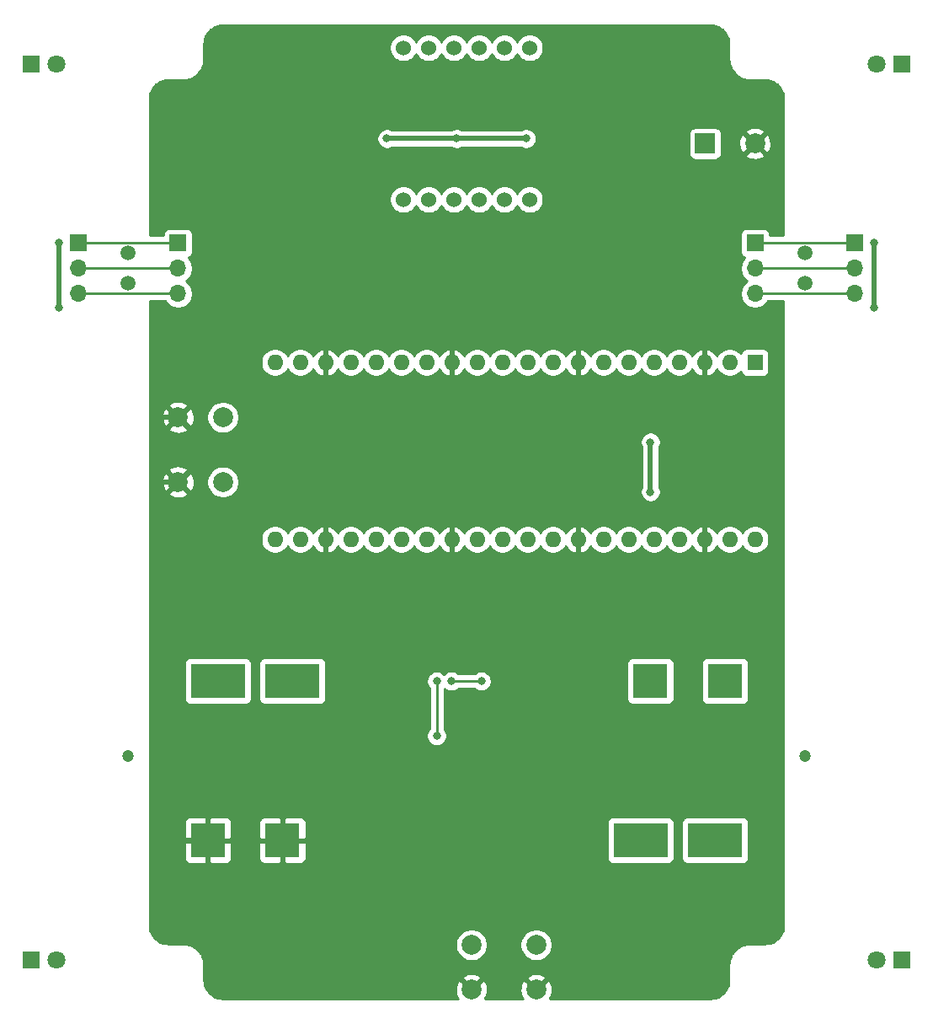
<source format=gtl>
%TF.GenerationSoftware,KiCad,Pcbnew,(5.1.10)-1*%
%TF.CreationDate,2022-10-01T11:38:57+09:00*%
%TF.ProjectId,speedometer,73706565-646f-46d6-9574-65722e6b6963,rev?*%
%TF.SameCoordinates,Original*%
%TF.FileFunction,Copper,L1,Top*%
%TF.FilePolarity,Positive*%
%FSLAX46Y46*%
G04 Gerber Fmt 4.6, Leading zero omitted, Abs format (unit mm)*
G04 Created by KiCad (PCBNEW (5.1.10)-1) date 2022-10-01 11:38:57*
%MOMM*%
%LPD*%
G01*
G04 APERTURE LIST*
%TA.AperFunction,ComponentPad*%
%ADD10C,1.524000*%
%TD*%
%TA.AperFunction,ComponentPad*%
%ADD11R,3.500000X3.500000*%
%TD*%
%TA.AperFunction,ComponentPad*%
%ADD12R,5.500000X3.500000*%
%TD*%
%TA.AperFunction,ComponentPad*%
%ADD13R,2.000000X2.000000*%
%TD*%
%TA.AperFunction,ComponentPad*%
%ADD14C,2.000000*%
%TD*%
%TA.AperFunction,ComponentPad*%
%ADD15C,1.800000*%
%TD*%
%TA.AperFunction,ComponentPad*%
%ADD16R,1.800000X1.800000*%
%TD*%
%TA.AperFunction,ComponentPad*%
%ADD17R,1.700000X1.700000*%
%TD*%
%TA.AperFunction,ComponentPad*%
%ADD18O,1.700000X1.700000*%
%TD*%
%TA.AperFunction,ComponentPad*%
%ADD19O,1.600000X1.600000*%
%TD*%
%TA.AperFunction,ComponentPad*%
%ADD20R,1.600000X1.600000*%
%TD*%
%TA.AperFunction,ViaPad*%
%ADD21C,1.500000*%
%TD*%
%TA.AperFunction,ViaPad*%
%ADD22C,1.200000*%
%TD*%
%TA.AperFunction,ViaPad*%
%ADD23C,0.800000*%
%TD*%
%TA.AperFunction,Conductor*%
%ADD24C,0.500000*%
%TD*%
%TA.AperFunction,Conductor*%
%ADD25C,0.250000*%
%TD*%
%TA.AperFunction,Conductor*%
%ADD26C,0.254000*%
%TD*%
%TA.AperFunction,Conductor*%
%ADD27C,0.100000*%
%TD*%
G04 APERTURE END LIST*
D10*
%TO.P,U2,1*%
%TO.N,/DISP_e*%
X43650000Y-18620000D03*
%TO.P,U2,2*%
%TO.N,/DISP_d*%
X46190000Y-18620000D03*
%TO.P,U2,3*%
%TO.N,/DISP_dp*%
X48730000Y-18620000D03*
%TO.P,U2,4*%
%TO.N,/DISP_c*%
X51270000Y-18620000D03*
%TO.P,U2,5*%
%TO.N,/DISP_g*%
X53810000Y-18620000D03*
%TO.P,U2,6*%
%TO.N,N/C*%
X56350000Y-18620000D03*
%TO.P,U2,7*%
%TO.N,/DISP_b*%
X56350000Y-3380000D03*
%TO.P,U2,8*%
%TO.N,Net-(R16-Pad2)*%
X53810000Y-3380000D03*
%TO.P,U2,9*%
%TO.N,Net-(R15-Pad2)*%
X51270000Y-3380000D03*
%TO.P,U2,10*%
%TO.N,/DISP_f*%
X48730000Y-3380000D03*
%TO.P,U2,11*%
%TO.N,/DISP_a*%
X46190000Y-3380000D03*
%TO.P,U2,12*%
%TO.N,Net-(R14-Pad2)*%
X43650000Y-3380000D03*
%TD*%
D11*
%TO.P,BT1,2*%
%TO.N,Net-(BT1-Pad2)*%
X68500000Y-67000000D03*
D12*
%TO.P,BT1,1*%
%TO.N,Net-(BT1-Pad1)*%
X25000000Y-67000000D03*
D11*
%TO.P,BT1,2*%
%TO.N,Net-(BT1-Pad2)*%
X76000000Y-67000000D03*
D12*
%TO.P,BT1,1*%
%TO.N,Net-(BT1-Pad1)*%
X32500000Y-67000000D03*
%TD*%
%TO.P,BT2,1*%
%TO.N,Net-(BT1-Pad2)*%
X67500000Y-83000000D03*
D11*
%TO.P,BT2,2*%
%TO.N,GND*%
X24000000Y-83000000D03*
D12*
%TO.P,BT2,1*%
%TO.N,Net-(BT1-Pad2)*%
X75000000Y-83000000D03*
D11*
%TO.P,BT2,2*%
%TO.N,GND*%
X31500000Y-83000000D03*
%TD*%
D13*
%TO.P,BZ1,1*%
%TO.N,Net-(BZ1-Pad1)*%
X74000000Y-13000000D03*
D14*
%TO.P,BZ1,2*%
%TO.N,GND*%
X79000000Y-13000000D03*
%TD*%
D15*
%TO.P,D2,2*%
%TO.N,+3V3*%
X8770000Y-5000000D03*
D16*
%TO.P,D2,1*%
%TO.N,Net-(D2-Pad1)*%
X6230000Y-5000000D03*
%TD*%
%TO.P,D3,1*%
%TO.N,Net-(D3-Pad1)*%
X6230000Y-95000000D03*
D15*
%TO.P,D3,2*%
%TO.N,+3V3*%
X8770000Y-95000000D03*
%TD*%
D17*
%TO.P,J1,1*%
%TO.N,+3V3*%
X21000000Y-23000000D03*
D18*
%TO.P,J1,2*%
%TO.N,Net-(D2-Pad1)*%
X21000000Y-25540000D03*
%TO.P,J1,3*%
%TO.N,Net-(D3-Pad1)*%
X21000000Y-28080000D03*
%TD*%
%TO.P,J2,3*%
%TO.N,Net-(D3-Pad1)*%
X11000000Y-28080000D03*
%TO.P,J2,2*%
%TO.N,Net-(D2-Pad1)*%
X11000000Y-25540000D03*
D17*
%TO.P,J2,1*%
%TO.N,+3V3*%
X11000000Y-23000000D03*
%TD*%
D18*
%TO.P,J3,3*%
%TO.N,/PT1*%
X79000000Y-28080000D03*
%TO.P,J3,2*%
%TO.N,/PT0*%
X79000000Y-25540000D03*
D17*
%TO.P,J3,1*%
%TO.N,+3V3*%
X79000000Y-23000000D03*
%TD*%
%TO.P,J4,1*%
%TO.N,+3V3*%
X89000000Y-23000000D03*
D18*
%TO.P,J4,2*%
%TO.N,/PT0*%
X89000000Y-25540000D03*
%TO.P,J4,3*%
%TO.N,/PT1*%
X89000000Y-28080000D03*
%TD*%
D15*
%TO.P,Q5,2*%
%TO.N,+3V3*%
X91230000Y-95000000D03*
D16*
%TO.P,Q5,1*%
%TO.N,/PT1*%
X93770000Y-95000000D03*
%TD*%
%TO.P,Q8,1*%
%TO.N,/PT0*%
X93770000Y-5000000D03*
D15*
%TO.P,Q8,2*%
%TO.N,+3V3*%
X91230000Y-5000000D03*
%TD*%
D14*
%TO.P,SW1,1*%
%TO.N,GND*%
X50500000Y-98000000D03*
%TO.P,SW1,2*%
%TO.N,PON_SW*%
X50500000Y-93500000D03*
%TO.P,SW1,1*%
%TO.N,GND*%
X57000000Y-98000000D03*
%TO.P,SW1,2*%
%TO.N,PON_SW*%
X57000000Y-93500000D03*
%TD*%
%TO.P,SW2,2*%
%TO.N,GND*%
X21000000Y-40500000D03*
%TO.P,SW2,1*%
%TO.N,Net-(SW2-Pad1)*%
X25500000Y-40500000D03*
%TO.P,SW2,2*%
%TO.N,GND*%
X21000000Y-47000000D03*
%TO.P,SW2,1*%
%TO.N,Net-(SW2-Pad1)*%
X25500000Y-47000000D03*
%TD*%
D19*
%TO.P,U1,40*%
%TO.N,Net-(U1-Pad40)*%
X79000000Y-52780000D03*
%TO.P,U1,20*%
%TO.N,/LED1*%
X30740000Y-35000000D03*
%TO.P,U1,39*%
%TO.N,+BATT*%
X76460000Y-52780000D03*
%TO.P,U1,19*%
%TO.N,/LED0*%
X33280000Y-35000000D03*
%TO.P,U1,38*%
%TO.N,GND*%
X73920000Y-52780000D03*
%TO.P,U1,18*%
X35820000Y-35000000D03*
%TO.P,U1,37*%
%TO.N,Net-(U1-Pad37)*%
X71380000Y-52780000D03*
%TO.P,U1,17*%
%TO.N,/DISP_e*%
X38360000Y-35000000D03*
%TO.P,U1,36*%
%TO.N,+3V3*%
X68840000Y-52780000D03*
%TO.P,U1,16*%
%TO.N,/DISP_d*%
X40900000Y-35000000D03*
%TO.P,U1,35*%
%TO.N,Net-(U1-Pad35)*%
X66300000Y-52780000D03*
%TO.P,U1,15*%
%TO.N,/DISP_dp*%
X43440000Y-35000000D03*
%TO.P,U1,34*%
%TO.N,Net-(U1-Pad34)*%
X63760000Y-52780000D03*
%TO.P,U1,14*%
%TO.N,/DISP_c*%
X45980000Y-35000000D03*
%TO.P,U1,33*%
%TO.N,GND*%
X61220000Y-52780000D03*
%TO.P,U1,13*%
X48520000Y-35000000D03*
%TO.P,U1,32*%
%TO.N,/PT0*%
X58680000Y-52780000D03*
%TO.P,U1,12*%
%TO.N,/DISP_g*%
X51060000Y-35000000D03*
%TO.P,U1,31*%
%TO.N,/PT1*%
X56140000Y-52780000D03*
%TO.P,U1,11*%
%TO.N,/DISP_ca3*%
X53600000Y-35000000D03*
%TO.P,U1,30*%
%TO.N,Net-(SW2-Pad1)*%
X53600000Y-52780000D03*
%TO.P,U1,10*%
%TO.N,/DISP_a*%
X56140000Y-35000000D03*
%TO.P,U1,29*%
%TO.N,Net-(U1-Pad29)*%
X51060000Y-52780000D03*
%TO.P,U1,9*%
%TO.N,/DISP_f*%
X58680000Y-35000000D03*
%TO.P,U1,28*%
%TO.N,GND*%
X48520000Y-52780000D03*
%TO.P,U1,8*%
X61220000Y-35000000D03*
%TO.P,U1,27*%
%TO.N,Net-(U1-Pad27)*%
X45980000Y-52780000D03*
%TO.P,U1,7*%
%TO.N,/DISP_ca2*%
X63760000Y-35000000D03*
%TO.P,U1,26*%
%TO.N,Net-(U1-Pad26)*%
X43440000Y-52780000D03*
%TO.P,U1,6*%
%TO.N,/DISP_ca1*%
X66300000Y-35000000D03*
%TO.P,U1,25*%
%TO.N,Net-(U1-Pad25)*%
X40900000Y-52780000D03*
%TO.P,U1,5*%
%TO.N,/DISP_b*%
X68840000Y-35000000D03*
%TO.P,U1,24*%
%TO.N,Net-(U1-Pad24)*%
X38360000Y-52780000D03*
%TO.P,U1,4*%
%TO.N,Net-(R3-Pad2)*%
X71380000Y-35000000D03*
%TO.P,U1,23*%
%TO.N,GND*%
X35820000Y-52780000D03*
%TO.P,U1,3*%
X73920000Y-35000000D03*
%TO.P,U1,22*%
%TO.N,PON_SIG*%
X33280000Y-52780000D03*
%TO.P,U1,2*%
%TO.N,Net-(U1-Pad2)*%
X76460000Y-35000000D03*
%TO.P,U1,21*%
%TO.N,PON_SW*%
X30740000Y-52780000D03*
D20*
%TO.P,U1,1*%
%TO.N,Net-(U1-Pad1)*%
X79000000Y-35000000D03*
%TD*%
D21*
%TO.N,*%
X16000000Y-24000000D03*
X16000000Y-27000000D03*
D22*
X16000000Y-74500000D03*
D21*
X84000000Y-27000000D03*
X84000000Y-24000000D03*
D22*
X84000000Y-74500000D03*
D23*
%TO.N,GND*%
X32000000Y-24000000D03*
X32000000Y-29000000D03*
%TO.N,PON_SW*%
X47000000Y-72500000D03*
X47000000Y-67000000D03*
%TO.N,+3V3*%
X68500000Y-43000010D03*
X68500000Y-48000000D03*
X91000000Y-23000000D03*
X91000000Y-29500006D03*
X9000000Y-23000000D03*
X9000098Y-29499902D03*
%TO.N,+BATT*%
X56000000Y-12500000D03*
X49000000Y-12500000D03*
X42000000Y-12500000D03*
%TO.N,PON_SIG*%
X51500000Y-67000000D03*
X48500000Y-67000000D03*
%TD*%
D24*
%TO.N,GND*%
X73000000Y-58000000D02*
X73920000Y-57080000D01*
X19000000Y-60500000D02*
X21500000Y-58000000D01*
X73920000Y-57080000D02*
X73920000Y-52780000D01*
X19000000Y-60500000D02*
X19000000Y-47500000D01*
X19500000Y-47000000D02*
X19000000Y-47500000D01*
X21000000Y-47000000D02*
X19500000Y-47000000D01*
X19000000Y-47500000D02*
X19000000Y-41000000D01*
X19500000Y-40500000D02*
X19000000Y-41000000D01*
X21000000Y-40500000D02*
X19500000Y-40500000D01*
X61220000Y-57780000D02*
X61000000Y-58000000D01*
X61220000Y-52780000D02*
X61220000Y-57780000D01*
X61000000Y-58000000D02*
X73000000Y-58000000D01*
X48520000Y-57980000D02*
X48500000Y-58000000D01*
X48520000Y-52780000D02*
X48520000Y-57980000D01*
X48500000Y-58000000D02*
X61000000Y-58000000D01*
X35820000Y-57680000D02*
X35500000Y-58000000D01*
X35820000Y-52780000D02*
X35820000Y-57680000D01*
X35500000Y-58000000D02*
X48500000Y-58000000D01*
X21500000Y-58000000D02*
X35500000Y-58000000D01*
X73920000Y-35000000D02*
X73920000Y-37080000D01*
X73920000Y-37080000D02*
X73500000Y-37500000D01*
X19000000Y-38000000D02*
X19500000Y-37500000D01*
X19000000Y-41000000D02*
X19000000Y-38000000D01*
X61220000Y-37280000D02*
X61000000Y-37500000D01*
X61220000Y-35000000D02*
X61220000Y-37280000D01*
X73500000Y-37500000D02*
X61000000Y-37500000D01*
X48520000Y-37480000D02*
X48500000Y-37500000D01*
X48520000Y-35000000D02*
X48520000Y-37480000D01*
X61000000Y-37500000D02*
X48500000Y-37500000D01*
X35820000Y-37320000D02*
X36000000Y-37500000D01*
X35820000Y-35000000D02*
X35820000Y-37320000D01*
X36000000Y-37500000D02*
X19500000Y-37500000D01*
X48500000Y-37500000D02*
X36000000Y-37500000D01*
D25*
X32000000Y-24000000D02*
X32000000Y-29000000D01*
X32000000Y-29000000D02*
X29000000Y-29000000D01*
D24*
X32000000Y-29000000D02*
X34500000Y-29000000D01*
X35820000Y-30320000D02*
X34500000Y-29000000D01*
X35820000Y-35000000D02*
X35820000Y-30320000D01*
X19000000Y-81000000D02*
X19000000Y-60500000D01*
X21000000Y-83000000D02*
X19000000Y-81000000D01*
X24000000Y-83000000D02*
X21000000Y-83000000D01*
D25*
%TO.N,PON_SW*%
X47000000Y-72500000D02*
X47000000Y-67000000D01*
D24*
%TO.N,+3V3*%
X68500000Y-43000010D02*
X68500000Y-48000000D01*
D25*
X79000000Y-23000000D02*
X84000000Y-23000000D01*
X89000000Y-23000000D02*
X84000000Y-23000000D01*
X11000000Y-23000000D02*
X14000000Y-23000000D01*
X21000000Y-23000000D02*
X14000000Y-23000000D01*
D24*
X91000000Y-23565685D02*
X91000000Y-29500006D01*
X91000000Y-23000000D02*
X91000000Y-23565685D01*
X9000000Y-23000000D02*
X9000000Y-29499804D01*
X9000000Y-29499804D02*
X9000098Y-29499902D01*
D25*
%TO.N,Net-(D2-Pad1)*%
X11000000Y-25540000D02*
X15960000Y-25540000D01*
X21000000Y-25540000D02*
X15960000Y-25540000D01*
%TO.N,Net-(D3-Pad1)*%
X11000000Y-28080000D02*
X16420000Y-28080000D01*
X21000000Y-28080000D02*
X16420000Y-28080000D01*
%TO.N,/PT1*%
X79000000Y-28080000D02*
X83920000Y-28080000D01*
X89000000Y-28080000D02*
X83920000Y-28080000D01*
%TO.N,/PT0*%
X79000000Y-25540000D02*
X83960000Y-25540000D01*
X89000000Y-25540000D02*
X83960000Y-25540000D01*
D24*
%TO.N,+BATT*%
X56000000Y-12500000D02*
X49000000Y-12500000D01*
X49000000Y-12500000D02*
X42000000Y-12500000D01*
D25*
%TO.N,PON_SIG*%
X51500000Y-67000000D02*
X48500000Y-67000000D01*
%TD*%
D26*
%TO.N,GND*%
X74766504Y-1146385D02*
X75027593Y-1203181D01*
X75277940Y-1296556D01*
X75512445Y-1424605D01*
X75726338Y-1584724D01*
X75915276Y-1773662D01*
X76075395Y-1987555D01*
X76203444Y-2222060D01*
X76296819Y-2472407D01*
X76353615Y-2733496D01*
X76373000Y-3004530D01*
X76373000Y-4500000D01*
X76373324Y-4509060D01*
X76393681Y-4793690D01*
X76396259Y-4811626D01*
X76456916Y-5090461D01*
X76462021Y-5107847D01*
X76561743Y-5375212D01*
X76569271Y-5391695D01*
X76706028Y-5642147D01*
X76715824Y-5657390D01*
X76886832Y-5885829D01*
X76898698Y-5899524D01*
X77100476Y-6101302D01*
X77114171Y-6113168D01*
X77342610Y-6284176D01*
X77357853Y-6293972D01*
X77608305Y-6430729D01*
X77624788Y-6438257D01*
X77892153Y-6537979D01*
X77909539Y-6543084D01*
X78188374Y-6603741D01*
X78206310Y-6606319D01*
X78490940Y-6626676D01*
X78500000Y-6627000D01*
X79995470Y-6627000D01*
X80266504Y-6646385D01*
X80527593Y-6703181D01*
X80777940Y-6796556D01*
X81012445Y-6924605D01*
X81226338Y-7084724D01*
X81415276Y-7273662D01*
X81575395Y-7487555D01*
X81703444Y-7722060D01*
X81796819Y-7972407D01*
X81853615Y-8233496D01*
X81873000Y-8504530D01*
X81873000Y-22240000D01*
X80488072Y-22240000D01*
X80488072Y-22150000D01*
X80475812Y-22025518D01*
X80439502Y-21905820D01*
X80380537Y-21795506D01*
X80301185Y-21698815D01*
X80204494Y-21619463D01*
X80094180Y-21560498D01*
X79974482Y-21524188D01*
X79850000Y-21511928D01*
X78150000Y-21511928D01*
X78025518Y-21524188D01*
X77905820Y-21560498D01*
X77795506Y-21619463D01*
X77698815Y-21698815D01*
X77619463Y-21795506D01*
X77560498Y-21905820D01*
X77524188Y-22025518D01*
X77511928Y-22150000D01*
X77511928Y-23850000D01*
X77524188Y-23974482D01*
X77560498Y-24094180D01*
X77619463Y-24204494D01*
X77698815Y-24301185D01*
X77795506Y-24380537D01*
X77905820Y-24439502D01*
X77978380Y-24461513D01*
X77846525Y-24593368D01*
X77684010Y-24836589D01*
X77572068Y-25106842D01*
X77515000Y-25393740D01*
X77515000Y-25686260D01*
X77572068Y-25973158D01*
X77684010Y-26243411D01*
X77846525Y-26486632D01*
X78053368Y-26693475D01*
X78227760Y-26810000D01*
X78053368Y-26926525D01*
X77846525Y-27133368D01*
X77684010Y-27376589D01*
X77572068Y-27646842D01*
X77515000Y-27933740D01*
X77515000Y-28226260D01*
X77572068Y-28513158D01*
X77684010Y-28783411D01*
X77846525Y-29026632D01*
X78053368Y-29233475D01*
X78296589Y-29395990D01*
X78566842Y-29507932D01*
X78853740Y-29565000D01*
X79146260Y-29565000D01*
X79433158Y-29507932D01*
X79703411Y-29395990D01*
X79946632Y-29233475D01*
X80153475Y-29026632D01*
X80278178Y-28840000D01*
X81873000Y-28840000D01*
X81873000Y-91495470D01*
X81853615Y-91766504D01*
X81796819Y-92027593D01*
X81703444Y-92277940D01*
X81575395Y-92512445D01*
X81415276Y-92726338D01*
X81226338Y-92915276D01*
X81012445Y-93075395D01*
X80777940Y-93203444D01*
X80527593Y-93296819D01*
X80266504Y-93353615D01*
X79995470Y-93373000D01*
X78500000Y-93373000D01*
X78490940Y-93373324D01*
X78206310Y-93393681D01*
X78188374Y-93396259D01*
X77909539Y-93456916D01*
X77892153Y-93462021D01*
X77624788Y-93561743D01*
X77608305Y-93569271D01*
X77357853Y-93706028D01*
X77342610Y-93715824D01*
X77114171Y-93886832D01*
X77100476Y-93898698D01*
X76898698Y-94100476D01*
X76886832Y-94114171D01*
X76715824Y-94342610D01*
X76706028Y-94357853D01*
X76569271Y-94608305D01*
X76561743Y-94624788D01*
X76462021Y-94892153D01*
X76456916Y-94909539D01*
X76396259Y-95188374D01*
X76393681Y-95206310D01*
X76373324Y-95490940D01*
X76373000Y-95500000D01*
X76373000Y-96995470D01*
X76353615Y-97266504D01*
X76296819Y-97527593D01*
X76203444Y-97777940D01*
X76075395Y-98012445D01*
X75915276Y-98226338D01*
X75726338Y-98415276D01*
X75512445Y-98575395D01*
X75277940Y-98703444D01*
X75027593Y-98796819D01*
X74766504Y-98853615D01*
X74495470Y-98873000D01*
X58364043Y-98873000D01*
X58399814Y-98860044D01*
X58540704Y-98570429D01*
X58622384Y-98258892D01*
X58641718Y-97937405D01*
X58597961Y-97618325D01*
X58492795Y-97313912D01*
X58399814Y-97139956D01*
X58135413Y-97044192D01*
X57179605Y-98000000D01*
X57193748Y-98014143D01*
X57014143Y-98193748D01*
X57000000Y-98179605D01*
X56985858Y-98193748D01*
X56806253Y-98014143D01*
X56820395Y-98000000D01*
X55864587Y-97044192D01*
X55600186Y-97139956D01*
X55459296Y-97429571D01*
X55377616Y-97741108D01*
X55358282Y-98062595D01*
X55402039Y-98381675D01*
X55507205Y-98686088D01*
X55600186Y-98860044D01*
X55635957Y-98873000D01*
X51864043Y-98873000D01*
X51899814Y-98860044D01*
X52040704Y-98570429D01*
X52122384Y-98258892D01*
X52141718Y-97937405D01*
X52097961Y-97618325D01*
X51992795Y-97313912D01*
X51899814Y-97139956D01*
X51635413Y-97044192D01*
X50679605Y-98000000D01*
X50693748Y-98014143D01*
X50514143Y-98193748D01*
X50500000Y-98179605D01*
X50485858Y-98193748D01*
X50306253Y-98014143D01*
X50320395Y-98000000D01*
X49364587Y-97044192D01*
X49100186Y-97139956D01*
X48959296Y-97429571D01*
X48877616Y-97741108D01*
X48858282Y-98062595D01*
X48902039Y-98381675D01*
X49007205Y-98686088D01*
X49100186Y-98860044D01*
X49135957Y-98873000D01*
X25504530Y-98873000D01*
X25233496Y-98853615D01*
X24972407Y-98796819D01*
X24722060Y-98703444D01*
X24487555Y-98575395D01*
X24273662Y-98415276D01*
X24084724Y-98226338D01*
X23924605Y-98012445D01*
X23796556Y-97777940D01*
X23703181Y-97527593D01*
X23646385Y-97266504D01*
X23627000Y-96995470D01*
X23627000Y-96864587D01*
X49544192Y-96864587D01*
X50500000Y-97820395D01*
X51455808Y-96864587D01*
X56044192Y-96864587D01*
X57000000Y-97820395D01*
X57955808Y-96864587D01*
X57860044Y-96600186D01*
X57570429Y-96459296D01*
X57258892Y-96377616D01*
X56937405Y-96358282D01*
X56618325Y-96402039D01*
X56313912Y-96507205D01*
X56139956Y-96600186D01*
X56044192Y-96864587D01*
X51455808Y-96864587D01*
X51360044Y-96600186D01*
X51070429Y-96459296D01*
X50758892Y-96377616D01*
X50437405Y-96358282D01*
X50118325Y-96402039D01*
X49813912Y-96507205D01*
X49639956Y-96600186D01*
X49544192Y-96864587D01*
X23627000Y-96864587D01*
X23627000Y-95500000D01*
X23626676Y-95490940D01*
X23606319Y-95206310D01*
X23603741Y-95188374D01*
X23543084Y-94909539D01*
X23537979Y-94892153D01*
X23438257Y-94624788D01*
X23430729Y-94608305D01*
X23293972Y-94357853D01*
X23284176Y-94342610D01*
X23113168Y-94114171D01*
X23101302Y-94100476D01*
X22899524Y-93898698D01*
X22885829Y-93886832D01*
X22657390Y-93715824D01*
X22642147Y-93706028D01*
X22391695Y-93569271D01*
X22375212Y-93561743D01*
X22107847Y-93462021D01*
X22090461Y-93456916D01*
X21811626Y-93396259D01*
X21793690Y-93393681D01*
X21509060Y-93373324D01*
X21500000Y-93373000D01*
X20004530Y-93373000D01*
X19733496Y-93353615D01*
X19666160Y-93338967D01*
X48865000Y-93338967D01*
X48865000Y-93661033D01*
X48927832Y-93976912D01*
X49051082Y-94274463D01*
X49230013Y-94542252D01*
X49457748Y-94769987D01*
X49725537Y-94948918D01*
X50023088Y-95072168D01*
X50338967Y-95135000D01*
X50661033Y-95135000D01*
X50976912Y-95072168D01*
X51274463Y-94948918D01*
X51542252Y-94769987D01*
X51769987Y-94542252D01*
X51948918Y-94274463D01*
X52072168Y-93976912D01*
X52135000Y-93661033D01*
X52135000Y-93338967D01*
X55365000Y-93338967D01*
X55365000Y-93661033D01*
X55427832Y-93976912D01*
X55551082Y-94274463D01*
X55730013Y-94542252D01*
X55957748Y-94769987D01*
X56225537Y-94948918D01*
X56523088Y-95072168D01*
X56838967Y-95135000D01*
X57161033Y-95135000D01*
X57476912Y-95072168D01*
X57774463Y-94948918D01*
X58042252Y-94769987D01*
X58269987Y-94542252D01*
X58448918Y-94274463D01*
X58572168Y-93976912D01*
X58635000Y-93661033D01*
X58635000Y-93338967D01*
X58572168Y-93023088D01*
X58448918Y-92725537D01*
X58269987Y-92457748D01*
X58042252Y-92230013D01*
X57774463Y-92051082D01*
X57476912Y-91927832D01*
X57161033Y-91865000D01*
X56838967Y-91865000D01*
X56523088Y-91927832D01*
X56225537Y-92051082D01*
X55957748Y-92230013D01*
X55730013Y-92457748D01*
X55551082Y-92725537D01*
X55427832Y-93023088D01*
X55365000Y-93338967D01*
X52135000Y-93338967D01*
X52072168Y-93023088D01*
X51948918Y-92725537D01*
X51769987Y-92457748D01*
X51542252Y-92230013D01*
X51274463Y-92051082D01*
X50976912Y-91927832D01*
X50661033Y-91865000D01*
X50338967Y-91865000D01*
X50023088Y-91927832D01*
X49725537Y-92051082D01*
X49457748Y-92230013D01*
X49230013Y-92457748D01*
X49051082Y-92725537D01*
X48927832Y-93023088D01*
X48865000Y-93338967D01*
X19666160Y-93338967D01*
X19472407Y-93296819D01*
X19222060Y-93203444D01*
X18987555Y-93075395D01*
X18773662Y-92915276D01*
X18584724Y-92726338D01*
X18424605Y-92512445D01*
X18296556Y-92277940D01*
X18203181Y-92027593D01*
X18146385Y-91766504D01*
X18127000Y-91495470D01*
X18127000Y-84750000D01*
X21611928Y-84750000D01*
X21624188Y-84874482D01*
X21660498Y-84994180D01*
X21719463Y-85104494D01*
X21798815Y-85201185D01*
X21895506Y-85280537D01*
X22005820Y-85339502D01*
X22125518Y-85375812D01*
X22250000Y-85388072D01*
X23714250Y-85385000D01*
X23873000Y-85226250D01*
X23873000Y-83127000D01*
X24127000Y-83127000D01*
X24127000Y-85226250D01*
X24285750Y-85385000D01*
X25750000Y-85388072D01*
X25874482Y-85375812D01*
X25994180Y-85339502D01*
X26104494Y-85280537D01*
X26201185Y-85201185D01*
X26280537Y-85104494D01*
X26339502Y-84994180D01*
X26375812Y-84874482D01*
X26388072Y-84750000D01*
X29111928Y-84750000D01*
X29124188Y-84874482D01*
X29160498Y-84994180D01*
X29219463Y-85104494D01*
X29298815Y-85201185D01*
X29395506Y-85280537D01*
X29505820Y-85339502D01*
X29625518Y-85375812D01*
X29750000Y-85388072D01*
X31214250Y-85385000D01*
X31373000Y-85226250D01*
X31373000Y-83127000D01*
X31627000Y-83127000D01*
X31627000Y-85226250D01*
X31785750Y-85385000D01*
X33250000Y-85388072D01*
X33374482Y-85375812D01*
X33494180Y-85339502D01*
X33604494Y-85280537D01*
X33701185Y-85201185D01*
X33780537Y-85104494D01*
X33839502Y-84994180D01*
X33875812Y-84874482D01*
X33888072Y-84750000D01*
X33885000Y-83285750D01*
X33726250Y-83127000D01*
X31627000Y-83127000D01*
X31373000Y-83127000D01*
X29273750Y-83127000D01*
X29115000Y-83285750D01*
X29111928Y-84750000D01*
X26388072Y-84750000D01*
X26385000Y-83285750D01*
X26226250Y-83127000D01*
X24127000Y-83127000D01*
X23873000Y-83127000D01*
X21773750Y-83127000D01*
X21615000Y-83285750D01*
X21611928Y-84750000D01*
X18127000Y-84750000D01*
X18127000Y-81250000D01*
X21611928Y-81250000D01*
X21615000Y-82714250D01*
X21773750Y-82873000D01*
X23873000Y-82873000D01*
X23873000Y-80773750D01*
X24127000Y-80773750D01*
X24127000Y-82873000D01*
X26226250Y-82873000D01*
X26385000Y-82714250D01*
X26388072Y-81250000D01*
X29111928Y-81250000D01*
X29115000Y-82714250D01*
X29273750Y-82873000D01*
X31373000Y-82873000D01*
X31373000Y-80773750D01*
X31627000Y-80773750D01*
X31627000Y-82873000D01*
X33726250Y-82873000D01*
X33885000Y-82714250D01*
X33888072Y-81250000D01*
X64111928Y-81250000D01*
X64111928Y-84750000D01*
X64124188Y-84874482D01*
X64160498Y-84994180D01*
X64219463Y-85104494D01*
X64298815Y-85201185D01*
X64395506Y-85280537D01*
X64505820Y-85339502D01*
X64625518Y-85375812D01*
X64750000Y-85388072D01*
X70250000Y-85388072D01*
X70374482Y-85375812D01*
X70494180Y-85339502D01*
X70604494Y-85280537D01*
X70701185Y-85201185D01*
X70780537Y-85104494D01*
X70839502Y-84994180D01*
X70875812Y-84874482D01*
X70888072Y-84750000D01*
X70888072Y-81250000D01*
X71611928Y-81250000D01*
X71611928Y-84750000D01*
X71624188Y-84874482D01*
X71660498Y-84994180D01*
X71719463Y-85104494D01*
X71798815Y-85201185D01*
X71895506Y-85280537D01*
X72005820Y-85339502D01*
X72125518Y-85375812D01*
X72250000Y-85388072D01*
X77750000Y-85388072D01*
X77874482Y-85375812D01*
X77994180Y-85339502D01*
X78104494Y-85280537D01*
X78201185Y-85201185D01*
X78280537Y-85104494D01*
X78339502Y-84994180D01*
X78375812Y-84874482D01*
X78388072Y-84750000D01*
X78388072Y-81250000D01*
X78375812Y-81125518D01*
X78339502Y-81005820D01*
X78280537Y-80895506D01*
X78201185Y-80798815D01*
X78104494Y-80719463D01*
X77994180Y-80660498D01*
X77874482Y-80624188D01*
X77750000Y-80611928D01*
X72250000Y-80611928D01*
X72125518Y-80624188D01*
X72005820Y-80660498D01*
X71895506Y-80719463D01*
X71798815Y-80798815D01*
X71719463Y-80895506D01*
X71660498Y-81005820D01*
X71624188Y-81125518D01*
X71611928Y-81250000D01*
X70888072Y-81250000D01*
X70875812Y-81125518D01*
X70839502Y-81005820D01*
X70780537Y-80895506D01*
X70701185Y-80798815D01*
X70604494Y-80719463D01*
X70494180Y-80660498D01*
X70374482Y-80624188D01*
X70250000Y-80611928D01*
X64750000Y-80611928D01*
X64625518Y-80624188D01*
X64505820Y-80660498D01*
X64395506Y-80719463D01*
X64298815Y-80798815D01*
X64219463Y-80895506D01*
X64160498Y-81005820D01*
X64124188Y-81125518D01*
X64111928Y-81250000D01*
X33888072Y-81250000D01*
X33875812Y-81125518D01*
X33839502Y-81005820D01*
X33780537Y-80895506D01*
X33701185Y-80798815D01*
X33604494Y-80719463D01*
X33494180Y-80660498D01*
X33374482Y-80624188D01*
X33250000Y-80611928D01*
X31785750Y-80615000D01*
X31627000Y-80773750D01*
X31373000Y-80773750D01*
X31214250Y-80615000D01*
X29750000Y-80611928D01*
X29625518Y-80624188D01*
X29505820Y-80660498D01*
X29395506Y-80719463D01*
X29298815Y-80798815D01*
X29219463Y-80895506D01*
X29160498Y-81005820D01*
X29124188Y-81125518D01*
X29111928Y-81250000D01*
X26388072Y-81250000D01*
X26375812Y-81125518D01*
X26339502Y-81005820D01*
X26280537Y-80895506D01*
X26201185Y-80798815D01*
X26104494Y-80719463D01*
X25994180Y-80660498D01*
X25874482Y-80624188D01*
X25750000Y-80611928D01*
X24285750Y-80615000D01*
X24127000Y-80773750D01*
X23873000Y-80773750D01*
X23714250Y-80615000D01*
X22250000Y-80611928D01*
X22125518Y-80624188D01*
X22005820Y-80660498D01*
X21895506Y-80719463D01*
X21798815Y-80798815D01*
X21719463Y-80895506D01*
X21660498Y-81005820D01*
X21624188Y-81125518D01*
X21611928Y-81250000D01*
X18127000Y-81250000D01*
X18127000Y-65250000D01*
X21611928Y-65250000D01*
X21611928Y-68750000D01*
X21624188Y-68874482D01*
X21660498Y-68994180D01*
X21719463Y-69104494D01*
X21798815Y-69201185D01*
X21895506Y-69280537D01*
X22005820Y-69339502D01*
X22125518Y-69375812D01*
X22250000Y-69388072D01*
X27750000Y-69388072D01*
X27874482Y-69375812D01*
X27994180Y-69339502D01*
X28104494Y-69280537D01*
X28201185Y-69201185D01*
X28280537Y-69104494D01*
X28339502Y-68994180D01*
X28375812Y-68874482D01*
X28388072Y-68750000D01*
X28388072Y-65250000D01*
X29111928Y-65250000D01*
X29111928Y-68750000D01*
X29124188Y-68874482D01*
X29160498Y-68994180D01*
X29219463Y-69104494D01*
X29298815Y-69201185D01*
X29395506Y-69280537D01*
X29505820Y-69339502D01*
X29625518Y-69375812D01*
X29750000Y-69388072D01*
X35250000Y-69388072D01*
X35374482Y-69375812D01*
X35494180Y-69339502D01*
X35604494Y-69280537D01*
X35701185Y-69201185D01*
X35780537Y-69104494D01*
X35839502Y-68994180D01*
X35875812Y-68874482D01*
X35888072Y-68750000D01*
X35888072Y-66898061D01*
X45965000Y-66898061D01*
X45965000Y-67101939D01*
X46004774Y-67301898D01*
X46082795Y-67490256D01*
X46196063Y-67659774D01*
X46240001Y-67703712D01*
X46240000Y-71796289D01*
X46196063Y-71840226D01*
X46082795Y-72009744D01*
X46004774Y-72198102D01*
X45965000Y-72398061D01*
X45965000Y-72601939D01*
X46004774Y-72801898D01*
X46082795Y-72990256D01*
X46196063Y-73159774D01*
X46340226Y-73303937D01*
X46509744Y-73417205D01*
X46698102Y-73495226D01*
X46898061Y-73535000D01*
X47101939Y-73535000D01*
X47301898Y-73495226D01*
X47490256Y-73417205D01*
X47659774Y-73303937D01*
X47803937Y-73159774D01*
X47917205Y-72990256D01*
X47995226Y-72801898D01*
X48035000Y-72601939D01*
X48035000Y-72398061D01*
X47995226Y-72198102D01*
X47917205Y-72009744D01*
X47803937Y-71840226D01*
X47760000Y-71796289D01*
X47760000Y-67723711D01*
X47840226Y-67803937D01*
X48009744Y-67917205D01*
X48198102Y-67995226D01*
X48398061Y-68035000D01*
X48601939Y-68035000D01*
X48801898Y-67995226D01*
X48990256Y-67917205D01*
X49159774Y-67803937D01*
X49203711Y-67760000D01*
X50796289Y-67760000D01*
X50840226Y-67803937D01*
X51009744Y-67917205D01*
X51198102Y-67995226D01*
X51398061Y-68035000D01*
X51601939Y-68035000D01*
X51801898Y-67995226D01*
X51990256Y-67917205D01*
X52159774Y-67803937D01*
X52303937Y-67659774D01*
X52417205Y-67490256D01*
X52495226Y-67301898D01*
X52535000Y-67101939D01*
X52535000Y-66898061D01*
X52495226Y-66698102D01*
X52417205Y-66509744D01*
X52303937Y-66340226D01*
X52159774Y-66196063D01*
X51990256Y-66082795D01*
X51801898Y-66004774D01*
X51601939Y-65965000D01*
X51398061Y-65965000D01*
X51198102Y-66004774D01*
X51009744Y-66082795D01*
X50840226Y-66196063D01*
X50796289Y-66240000D01*
X49203711Y-66240000D01*
X49159774Y-66196063D01*
X48990256Y-66082795D01*
X48801898Y-66004774D01*
X48601939Y-65965000D01*
X48398061Y-65965000D01*
X48198102Y-66004774D01*
X48009744Y-66082795D01*
X47840226Y-66196063D01*
X47750000Y-66286289D01*
X47659774Y-66196063D01*
X47490256Y-66082795D01*
X47301898Y-66004774D01*
X47101939Y-65965000D01*
X46898061Y-65965000D01*
X46698102Y-66004774D01*
X46509744Y-66082795D01*
X46340226Y-66196063D01*
X46196063Y-66340226D01*
X46082795Y-66509744D01*
X46004774Y-66698102D01*
X45965000Y-66898061D01*
X35888072Y-66898061D01*
X35888072Y-65250000D01*
X66111928Y-65250000D01*
X66111928Y-68750000D01*
X66124188Y-68874482D01*
X66160498Y-68994180D01*
X66219463Y-69104494D01*
X66298815Y-69201185D01*
X66395506Y-69280537D01*
X66505820Y-69339502D01*
X66625518Y-69375812D01*
X66750000Y-69388072D01*
X70250000Y-69388072D01*
X70374482Y-69375812D01*
X70494180Y-69339502D01*
X70604494Y-69280537D01*
X70701185Y-69201185D01*
X70780537Y-69104494D01*
X70839502Y-68994180D01*
X70875812Y-68874482D01*
X70888072Y-68750000D01*
X70888072Y-65250000D01*
X73611928Y-65250000D01*
X73611928Y-68750000D01*
X73624188Y-68874482D01*
X73660498Y-68994180D01*
X73719463Y-69104494D01*
X73798815Y-69201185D01*
X73895506Y-69280537D01*
X74005820Y-69339502D01*
X74125518Y-69375812D01*
X74250000Y-69388072D01*
X77750000Y-69388072D01*
X77874482Y-69375812D01*
X77994180Y-69339502D01*
X78104494Y-69280537D01*
X78201185Y-69201185D01*
X78280537Y-69104494D01*
X78339502Y-68994180D01*
X78375812Y-68874482D01*
X78388072Y-68750000D01*
X78388072Y-65250000D01*
X78375812Y-65125518D01*
X78339502Y-65005820D01*
X78280537Y-64895506D01*
X78201185Y-64798815D01*
X78104494Y-64719463D01*
X77994180Y-64660498D01*
X77874482Y-64624188D01*
X77750000Y-64611928D01*
X74250000Y-64611928D01*
X74125518Y-64624188D01*
X74005820Y-64660498D01*
X73895506Y-64719463D01*
X73798815Y-64798815D01*
X73719463Y-64895506D01*
X73660498Y-65005820D01*
X73624188Y-65125518D01*
X73611928Y-65250000D01*
X70888072Y-65250000D01*
X70875812Y-65125518D01*
X70839502Y-65005820D01*
X70780537Y-64895506D01*
X70701185Y-64798815D01*
X70604494Y-64719463D01*
X70494180Y-64660498D01*
X70374482Y-64624188D01*
X70250000Y-64611928D01*
X66750000Y-64611928D01*
X66625518Y-64624188D01*
X66505820Y-64660498D01*
X66395506Y-64719463D01*
X66298815Y-64798815D01*
X66219463Y-64895506D01*
X66160498Y-65005820D01*
X66124188Y-65125518D01*
X66111928Y-65250000D01*
X35888072Y-65250000D01*
X35875812Y-65125518D01*
X35839502Y-65005820D01*
X35780537Y-64895506D01*
X35701185Y-64798815D01*
X35604494Y-64719463D01*
X35494180Y-64660498D01*
X35374482Y-64624188D01*
X35250000Y-64611928D01*
X29750000Y-64611928D01*
X29625518Y-64624188D01*
X29505820Y-64660498D01*
X29395506Y-64719463D01*
X29298815Y-64798815D01*
X29219463Y-64895506D01*
X29160498Y-65005820D01*
X29124188Y-65125518D01*
X29111928Y-65250000D01*
X28388072Y-65250000D01*
X28375812Y-65125518D01*
X28339502Y-65005820D01*
X28280537Y-64895506D01*
X28201185Y-64798815D01*
X28104494Y-64719463D01*
X27994180Y-64660498D01*
X27874482Y-64624188D01*
X27750000Y-64611928D01*
X22250000Y-64611928D01*
X22125518Y-64624188D01*
X22005820Y-64660498D01*
X21895506Y-64719463D01*
X21798815Y-64798815D01*
X21719463Y-64895506D01*
X21660498Y-65005820D01*
X21624188Y-65125518D01*
X21611928Y-65250000D01*
X18127000Y-65250000D01*
X18127000Y-52638665D01*
X29305000Y-52638665D01*
X29305000Y-52921335D01*
X29360147Y-53198574D01*
X29468320Y-53459727D01*
X29625363Y-53694759D01*
X29825241Y-53894637D01*
X30060273Y-54051680D01*
X30321426Y-54159853D01*
X30598665Y-54215000D01*
X30881335Y-54215000D01*
X31158574Y-54159853D01*
X31419727Y-54051680D01*
X31654759Y-53894637D01*
X31854637Y-53694759D01*
X32010000Y-53462241D01*
X32165363Y-53694759D01*
X32365241Y-53894637D01*
X32600273Y-54051680D01*
X32861426Y-54159853D01*
X33138665Y-54215000D01*
X33421335Y-54215000D01*
X33698574Y-54159853D01*
X33959727Y-54051680D01*
X34194759Y-53894637D01*
X34394637Y-53694759D01*
X34551680Y-53459727D01*
X34556067Y-53449135D01*
X34667615Y-53635131D01*
X34856586Y-53843519D01*
X35082580Y-54011037D01*
X35336913Y-54131246D01*
X35470961Y-54171904D01*
X35693000Y-54049915D01*
X35693000Y-52907000D01*
X35673000Y-52907000D01*
X35673000Y-52653000D01*
X35693000Y-52653000D01*
X35693000Y-51510085D01*
X35947000Y-51510085D01*
X35947000Y-52653000D01*
X35967000Y-52653000D01*
X35967000Y-52907000D01*
X35947000Y-52907000D01*
X35947000Y-54049915D01*
X36169039Y-54171904D01*
X36303087Y-54131246D01*
X36557420Y-54011037D01*
X36783414Y-53843519D01*
X36972385Y-53635131D01*
X37083933Y-53449135D01*
X37088320Y-53459727D01*
X37245363Y-53694759D01*
X37445241Y-53894637D01*
X37680273Y-54051680D01*
X37941426Y-54159853D01*
X38218665Y-54215000D01*
X38501335Y-54215000D01*
X38778574Y-54159853D01*
X39039727Y-54051680D01*
X39274759Y-53894637D01*
X39474637Y-53694759D01*
X39630000Y-53462241D01*
X39785363Y-53694759D01*
X39985241Y-53894637D01*
X40220273Y-54051680D01*
X40481426Y-54159853D01*
X40758665Y-54215000D01*
X41041335Y-54215000D01*
X41318574Y-54159853D01*
X41579727Y-54051680D01*
X41814759Y-53894637D01*
X42014637Y-53694759D01*
X42170000Y-53462241D01*
X42325363Y-53694759D01*
X42525241Y-53894637D01*
X42760273Y-54051680D01*
X43021426Y-54159853D01*
X43298665Y-54215000D01*
X43581335Y-54215000D01*
X43858574Y-54159853D01*
X44119727Y-54051680D01*
X44354759Y-53894637D01*
X44554637Y-53694759D01*
X44710000Y-53462241D01*
X44865363Y-53694759D01*
X45065241Y-53894637D01*
X45300273Y-54051680D01*
X45561426Y-54159853D01*
X45838665Y-54215000D01*
X46121335Y-54215000D01*
X46398574Y-54159853D01*
X46659727Y-54051680D01*
X46894759Y-53894637D01*
X47094637Y-53694759D01*
X47251680Y-53459727D01*
X47256067Y-53449135D01*
X47367615Y-53635131D01*
X47556586Y-53843519D01*
X47782580Y-54011037D01*
X48036913Y-54131246D01*
X48170961Y-54171904D01*
X48393000Y-54049915D01*
X48393000Y-52907000D01*
X48373000Y-52907000D01*
X48373000Y-52653000D01*
X48393000Y-52653000D01*
X48393000Y-51510085D01*
X48647000Y-51510085D01*
X48647000Y-52653000D01*
X48667000Y-52653000D01*
X48667000Y-52907000D01*
X48647000Y-52907000D01*
X48647000Y-54049915D01*
X48869039Y-54171904D01*
X49003087Y-54131246D01*
X49257420Y-54011037D01*
X49483414Y-53843519D01*
X49672385Y-53635131D01*
X49783933Y-53449135D01*
X49788320Y-53459727D01*
X49945363Y-53694759D01*
X50145241Y-53894637D01*
X50380273Y-54051680D01*
X50641426Y-54159853D01*
X50918665Y-54215000D01*
X51201335Y-54215000D01*
X51478574Y-54159853D01*
X51739727Y-54051680D01*
X51974759Y-53894637D01*
X52174637Y-53694759D01*
X52330000Y-53462241D01*
X52485363Y-53694759D01*
X52685241Y-53894637D01*
X52920273Y-54051680D01*
X53181426Y-54159853D01*
X53458665Y-54215000D01*
X53741335Y-54215000D01*
X54018574Y-54159853D01*
X54279727Y-54051680D01*
X54514759Y-53894637D01*
X54714637Y-53694759D01*
X54870000Y-53462241D01*
X55025363Y-53694759D01*
X55225241Y-53894637D01*
X55460273Y-54051680D01*
X55721426Y-54159853D01*
X55998665Y-54215000D01*
X56281335Y-54215000D01*
X56558574Y-54159853D01*
X56819727Y-54051680D01*
X57054759Y-53894637D01*
X57254637Y-53694759D01*
X57410000Y-53462241D01*
X57565363Y-53694759D01*
X57765241Y-53894637D01*
X58000273Y-54051680D01*
X58261426Y-54159853D01*
X58538665Y-54215000D01*
X58821335Y-54215000D01*
X59098574Y-54159853D01*
X59359727Y-54051680D01*
X59594759Y-53894637D01*
X59794637Y-53694759D01*
X59951680Y-53459727D01*
X59956067Y-53449135D01*
X60067615Y-53635131D01*
X60256586Y-53843519D01*
X60482580Y-54011037D01*
X60736913Y-54131246D01*
X60870961Y-54171904D01*
X61093000Y-54049915D01*
X61093000Y-52907000D01*
X61073000Y-52907000D01*
X61073000Y-52653000D01*
X61093000Y-52653000D01*
X61093000Y-51510085D01*
X61347000Y-51510085D01*
X61347000Y-52653000D01*
X61367000Y-52653000D01*
X61367000Y-52907000D01*
X61347000Y-52907000D01*
X61347000Y-54049915D01*
X61569039Y-54171904D01*
X61703087Y-54131246D01*
X61957420Y-54011037D01*
X62183414Y-53843519D01*
X62372385Y-53635131D01*
X62483933Y-53449135D01*
X62488320Y-53459727D01*
X62645363Y-53694759D01*
X62845241Y-53894637D01*
X63080273Y-54051680D01*
X63341426Y-54159853D01*
X63618665Y-54215000D01*
X63901335Y-54215000D01*
X64178574Y-54159853D01*
X64439727Y-54051680D01*
X64674759Y-53894637D01*
X64874637Y-53694759D01*
X65030000Y-53462241D01*
X65185363Y-53694759D01*
X65385241Y-53894637D01*
X65620273Y-54051680D01*
X65881426Y-54159853D01*
X66158665Y-54215000D01*
X66441335Y-54215000D01*
X66718574Y-54159853D01*
X66979727Y-54051680D01*
X67214759Y-53894637D01*
X67414637Y-53694759D01*
X67570000Y-53462241D01*
X67725363Y-53694759D01*
X67925241Y-53894637D01*
X68160273Y-54051680D01*
X68421426Y-54159853D01*
X68698665Y-54215000D01*
X68981335Y-54215000D01*
X69258574Y-54159853D01*
X69519727Y-54051680D01*
X69754759Y-53894637D01*
X69954637Y-53694759D01*
X70110000Y-53462241D01*
X70265363Y-53694759D01*
X70465241Y-53894637D01*
X70700273Y-54051680D01*
X70961426Y-54159853D01*
X71238665Y-54215000D01*
X71521335Y-54215000D01*
X71798574Y-54159853D01*
X72059727Y-54051680D01*
X72294759Y-53894637D01*
X72494637Y-53694759D01*
X72651680Y-53459727D01*
X72656067Y-53449135D01*
X72767615Y-53635131D01*
X72956586Y-53843519D01*
X73182580Y-54011037D01*
X73436913Y-54131246D01*
X73570961Y-54171904D01*
X73793000Y-54049915D01*
X73793000Y-52907000D01*
X73773000Y-52907000D01*
X73773000Y-52653000D01*
X73793000Y-52653000D01*
X73793000Y-51510085D01*
X74047000Y-51510085D01*
X74047000Y-52653000D01*
X74067000Y-52653000D01*
X74067000Y-52907000D01*
X74047000Y-52907000D01*
X74047000Y-54049915D01*
X74269039Y-54171904D01*
X74403087Y-54131246D01*
X74657420Y-54011037D01*
X74883414Y-53843519D01*
X75072385Y-53635131D01*
X75183933Y-53449135D01*
X75188320Y-53459727D01*
X75345363Y-53694759D01*
X75545241Y-53894637D01*
X75780273Y-54051680D01*
X76041426Y-54159853D01*
X76318665Y-54215000D01*
X76601335Y-54215000D01*
X76878574Y-54159853D01*
X77139727Y-54051680D01*
X77374759Y-53894637D01*
X77574637Y-53694759D01*
X77730000Y-53462241D01*
X77885363Y-53694759D01*
X78085241Y-53894637D01*
X78320273Y-54051680D01*
X78581426Y-54159853D01*
X78858665Y-54215000D01*
X79141335Y-54215000D01*
X79418574Y-54159853D01*
X79679727Y-54051680D01*
X79914759Y-53894637D01*
X80114637Y-53694759D01*
X80271680Y-53459727D01*
X80379853Y-53198574D01*
X80435000Y-52921335D01*
X80435000Y-52638665D01*
X80379853Y-52361426D01*
X80271680Y-52100273D01*
X80114637Y-51865241D01*
X79914759Y-51665363D01*
X79679727Y-51508320D01*
X79418574Y-51400147D01*
X79141335Y-51345000D01*
X78858665Y-51345000D01*
X78581426Y-51400147D01*
X78320273Y-51508320D01*
X78085241Y-51665363D01*
X77885363Y-51865241D01*
X77730000Y-52097759D01*
X77574637Y-51865241D01*
X77374759Y-51665363D01*
X77139727Y-51508320D01*
X76878574Y-51400147D01*
X76601335Y-51345000D01*
X76318665Y-51345000D01*
X76041426Y-51400147D01*
X75780273Y-51508320D01*
X75545241Y-51665363D01*
X75345363Y-51865241D01*
X75188320Y-52100273D01*
X75183933Y-52110865D01*
X75072385Y-51924869D01*
X74883414Y-51716481D01*
X74657420Y-51548963D01*
X74403087Y-51428754D01*
X74269039Y-51388096D01*
X74047000Y-51510085D01*
X73793000Y-51510085D01*
X73570961Y-51388096D01*
X73436913Y-51428754D01*
X73182580Y-51548963D01*
X72956586Y-51716481D01*
X72767615Y-51924869D01*
X72656067Y-52110865D01*
X72651680Y-52100273D01*
X72494637Y-51865241D01*
X72294759Y-51665363D01*
X72059727Y-51508320D01*
X71798574Y-51400147D01*
X71521335Y-51345000D01*
X71238665Y-51345000D01*
X70961426Y-51400147D01*
X70700273Y-51508320D01*
X70465241Y-51665363D01*
X70265363Y-51865241D01*
X70110000Y-52097759D01*
X69954637Y-51865241D01*
X69754759Y-51665363D01*
X69519727Y-51508320D01*
X69258574Y-51400147D01*
X68981335Y-51345000D01*
X68698665Y-51345000D01*
X68421426Y-51400147D01*
X68160273Y-51508320D01*
X67925241Y-51665363D01*
X67725363Y-51865241D01*
X67570000Y-52097759D01*
X67414637Y-51865241D01*
X67214759Y-51665363D01*
X66979727Y-51508320D01*
X66718574Y-51400147D01*
X66441335Y-51345000D01*
X66158665Y-51345000D01*
X65881426Y-51400147D01*
X65620273Y-51508320D01*
X65385241Y-51665363D01*
X65185363Y-51865241D01*
X65030000Y-52097759D01*
X64874637Y-51865241D01*
X64674759Y-51665363D01*
X64439727Y-51508320D01*
X64178574Y-51400147D01*
X63901335Y-51345000D01*
X63618665Y-51345000D01*
X63341426Y-51400147D01*
X63080273Y-51508320D01*
X62845241Y-51665363D01*
X62645363Y-51865241D01*
X62488320Y-52100273D01*
X62483933Y-52110865D01*
X62372385Y-51924869D01*
X62183414Y-51716481D01*
X61957420Y-51548963D01*
X61703087Y-51428754D01*
X61569039Y-51388096D01*
X61347000Y-51510085D01*
X61093000Y-51510085D01*
X60870961Y-51388096D01*
X60736913Y-51428754D01*
X60482580Y-51548963D01*
X60256586Y-51716481D01*
X60067615Y-51924869D01*
X59956067Y-52110865D01*
X59951680Y-52100273D01*
X59794637Y-51865241D01*
X59594759Y-51665363D01*
X59359727Y-51508320D01*
X59098574Y-51400147D01*
X58821335Y-51345000D01*
X58538665Y-51345000D01*
X58261426Y-51400147D01*
X58000273Y-51508320D01*
X57765241Y-51665363D01*
X57565363Y-51865241D01*
X57410000Y-52097759D01*
X57254637Y-51865241D01*
X57054759Y-51665363D01*
X56819727Y-51508320D01*
X56558574Y-51400147D01*
X56281335Y-51345000D01*
X55998665Y-51345000D01*
X55721426Y-51400147D01*
X55460273Y-51508320D01*
X55225241Y-51665363D01*
X55025363Y-51865241D01*
X54870000Y-52097759D01*
X54714637Y-51865241D01*
X54514759Y-51665363D01*
X54279727Y-51508320D01*
X54018574Y-51400147D01*
X53741335Y-51345000D01*
X53458665Y-51345000D01*
X53181426Y-51400147D01*
X52920273Y-51508320D01*
X52685241Y-51665363D01*
X52485363Y-51865241D01*
X52330000Y-52097759D01*
X52174637Y-51865241D01*
X51974759Y-51665363D01*
X51739727Y-51508320D01*
X51478574Y-51400147D01*
X51201335Y-51345000D01*
X50918665Y-51345000D01*
X50641426Y-51400147D01*
X50380273Y-51508320D01*
X50145241Y-51665363D01*
X49945363Y-51865241D01*
X49788320Y-52100273D01*
X49783933Y-52110865D01*
X49672385Y-51924869D01*
X49483414Y-51716481D01*
X49257420Y-51548963D01*
X49003087Y-51428754D01*
X48869039Y-51388096D01*
X48647000Y-51510085D01*
X48393000Y-51510085D01*
X48170961Y-51388096D01*
X48036913Y-51428754D01*
X47782580Y-51548963D01*
X47556586Y-51716481D01*
X47367615Y-51924869D01*
X47256067Y-52110865D01*
X47251680Y-52100273D01*
X47094637Y-51865241D01*
X46894759Y-51665363D01*
X46659727Y-51508320D01*
X46398574Y-51400147D01*
X46121335Y-51345000D01*
X45838665Y-51345000D01*
X45561426Y-51400147D01*
X45300273Y-51508320D01*
X45065241Y-51665363D01*
X44865363Y-51865241D01*
X44710000Y-52097759D01*
X44554637Y-51865241D01*
X44354759Y-51665363D01*
X44119727Y-51508320D01*
X43858574Y-51400147D01*
X43581335Y-51345000D01*
X43298665Y-51345000D01*
X43021426Y-51400147D01*
X42760273Y-51508320D01*
X42525241Y-51665363D01*
X42325363Y-51865241D01*
X42170000Y-52097759D01*
X42014637Y-51865241D01*
X41814759Y-51665363D01*
X41579727Y-51508320D01*
X41318574Y-51400147D01*
X41041335Y-51345000D01*
X40758665Y-51345000D01*
X40481426Y-51400147D01*
X40220273Y-51508320D01*
X39985241Y-51665363D01*
X39785363Y-51865241D01*
X39630000Y-52097759D01*
X39474637Y-51865241D01*
X39274759Y-51665363D01*
X39039727Y-51508320D01*
X38778574Y-51400147D01*
X38501335Y-51345000D01*
X38218665Y-51345000D01*
X37941426Y-51400147D01*
X37680273Y-51508320D01*
X37445241Y-51665363D01*
X37245363Y-51865241D01*
X37088320Y-52100273D01*
X37083933Y-52110865D01*
X36972385Y-51924869D01*
X36783414Y-51716481D01*
X36557420Y-51548963D01*
X36303087Y-51428754D01*
X36169039Y-51388096D01*
X35947000Y-51510085D01*
X35693000Y-51510085D01*
X35470961Y-51388096D01*
X35336913Y-51428754D01*
X35082580Y-51548963D01*
X34856586Y-51716481D01*
X34667615Y-51924869D01*
X34556067Y-52110865D01*
X34551680Y-52100273D01*
X34394637Y-51865241D01*
X34194759Y-51665363D01*
X33959727Y-51508320D01*
X33698574Y-51400147D01*
X33421335Y-51345000D01*
X33138665Y-51345000D01*
X32861426Y-51400147D01*
X32600273Y-51508320D01*
X32365241Y-51665363D01*
X32165363Y-51865241D01*
X32010000Y-52097759D01*
X31854637Y-51865241D01*
X31654759Y-51665363D01*
X31419727Y-51508320D01*
X31158574Y-51400147D01*
X30881335Y-51345000D01*
X30598665Y-51345000D01*
X30321426Y-51400147D01*
X30060273Y-51508320D01*
X29825241Y-51665363D01*
X29625363Y-51865241D01*
X29468320Y-52100273D01*
X29360147Y-52361426D01*
X29305000Y-52638665D01*
X18127000Y-52638665D01*
X18127000Y-48135413D01*
X20044192Y-48135413D01*
X20139956Y-48399814D01*
X20429571Y-48540704D01*
X20741108Y-48622384D01*
X21062595Y-48641718D01*
X21381675Y-48597961D01*
X21686088Y-48492795D01*
X21860044Y-48399814D01*
X21955808Y-48135413D01*
X21000000Y-47179605D01*
X20044192Y-48135413D01*
X18127000Y-48135413D01*
X18127000Y-47062595D01*
X19358282Y-47062595D01*
X19402039Y-47381675D01*
X19507205Y-47686088D01*
X19600186Y-47860044D01*
X19864587Y-47955808D01*
X20820395Y-47000000D01*
X21179605Y-47000000D01*
X22135413Y-47955808D01*
X22399814Y-47860044D01*
X22540704Y-47570429D01*
X22622384Y-47258892D01*
X22641718Y-46937405D01*
X22628219Y-46838967D01*
X23865000Y-46838967D01*
X23865000Y-47161033D01*
X23927832Y-47476912D01*
X24051082Y-47774463D01*
X24230013Y-48042252D01*
X24457748Y-48269987D01*
X24725537Y-48448918D01*
X25023088Y-48572168D01*
X25338967Y-48635000D01*
X25661033Y-48635000D01*
X25976912Y-48572168D01*
X26274463Y-48448918D01*
X26542252Y-48269987D01*
X26769987Y-48042252D01*
X26948918Y-47774463D01*
X27072168Y-47476912D01*
X27135000Y-47161033D01*
X27135000Y-46838967D01*
X27072168Y-46523088D01*
X26948918Y-46225537D01*
X26769987Y-45957748D01*
X26542252Y-45730013D01*
X26274463Y-45551082D01*
X25976912Y-45427832D01*
X25661033Y-45365000D01*
X25338967Y-45365000D01*
X25023088Y-45427832D01*
X24725537Y-45551082D01*
X24457748Y-45730013D01*
X24230013Y-45957748D01*
X24051082Y-46225537D01*
X23927832Y-46523088D01*
X23865000Y-46838967D01*
X22628219Y-46838967D01*
X22597961Y-46618325D01*
X22492795Y-46313912D01*
X22399814Y-46139956D01*
X22135413Y-46044192D01*
X21179605Y-47000000D01*
X20820395Y-47000000D01*
X19864587Y-46044192D01*
X19600186Y-46139956D01*
X19459296Y-46429571D01*
X19377616Y-46741108D01*
X19358282Y-47062595D01*
X18127000Y-47062595D01*
X18127000Y-45864587D01*
X20044192Y-45864587D01*
X21000000Y-46820395D01*
X21955808Y-45864587D01*
X21860044Y-45600186D01*
X21570429Y-45459296D01*
X21258892Y-45377616D01*
X20937405Y-45358282D01*
X20618325Y-45402039D01*
X20313912Y-45507205D01*
X20139956Y-45600186D01*
X20044192Y-45864587D01*
X18127000Y-45864587D01*
X18127000Y-42898071D01*
X67465000Y-42898071D01*
X67465000Y-43101949D01*
X67504774Y-43301908D01*
X67582795Y-43490266D01*
X67615000Y-43538464D01*
X67615001Y-47461544D01*
X67582795Y-47509744D01*
X67504774Y-47698102D01*
X67465000Y-47898061D01*
X67465000Y-48101939D01*
X67504774Y-48301898D01*
X67582795Y-48490256D01*
X67696063Y-48659774D01*
X67840226Y-48803937D01*
X68009744Y-48917205D01*
X68198102Y-48995226D01*
X68398061Y-49035000D01*
X68601939Y-49035000D01*
X68801898Y-48995226D01*
X68990256Y-48917205D01*
X69159774Y-48803937D01*
X69303937Y-48659774D01*
X69417205Y-48490256D01*
X69495226Y-48301898D01*
X69535000Y-48101939D01*
X69535000Y-47898061D01*
X69495226Y-47698102D01*
X69417205Y-47509744D01*
X69385000Y-47461546D01*
X69385000Y-43538464D01*
X69417205Y-43490266D01*
X69495226Y-43301908D01*
X69535000Y-43101949D01*
X69535000Y-42898071D01*
X69495226Y-42698112D01*
X69417205Y-42509754D01*
X69303937Y-42340236D01*
X69159774Y-42196073D01*
X68990256Y-42082805D01*
X68801898Y-42004784D01*
X68601939Y-41965010D01*
X68398061Y-41965010D01*
X68198102Y-42004784D01*
X68009744Y-42082805D01*
X67840226Y-42196073D01*
X67696063Y-42340236D01*
X67582795Y-42509754D01*
X67504774Y-42698112D01*
X67465000Y-42898071D01*
X18127000Y-42898071D01*
X18127000Y-41635413D01*
X20044192Y-41635413D01*
X20139956Y-41899814D01*
X20429571Y-42040704D01*
X20741108Y-42122384D01*
X21062595Y-42141718D01*
X21381675Y-42097961D01*
X21686088Y-41992795D01*
X21860044Y-41899814D01*
X21955808Y-41635413D01*
X21000000Y-40679605D01*
X20044192Y-41635413D01*
X18127000Y-41635413D01*
X18127000Y-40562595D01*
X19358282Y-40562595D01*
X19402039Y-40881675D01*
X19507205Y-41186088D01*
X19600186Y-41360044D01*
X19864587Y-41455808D01*
X20820395Y-40500000D01*
X21179605Y-40500000D01*
X22135413Y-41455808D01*
X22399814Y-41360044D01*
X22540704Y-41070429D01*
X22622384Y-40758892D01*
X22641718Y-40437405D01*
X22628219Y-40338967D01*
X23865000Y-40338967D01*
X23865000Y-40661033D01*
X23927832Y-40976912D01*
X24051082Y-41274463D01*
X24230013Y-41542252D01*
X24457748Y-41769987D01*
X24725537Y-41948918D01*
X25023088Y-42072168D01*
X25338967Y-42135000D01*
X25661033Y-42135000D01*
X25976912Y-42072168D01*
X26274463Y-41948918D01*
X26542252Y-41769987D01*
X26769987Y-41542252D01*
X26948918Y-41274463D01*
X27072168Y-40976912D01*
X27135000Y-40661033D01*
X27135000Y-40338967D01*
X27072168Y-40023088D01*
X26948918Y-39725537D01*
X26769987Y-39457748D01*
X26542252Y-39230013D01*
X26274463Y-39051082D01*
X25976912Y-38927832D01*
X25661033Y-38865000D01*
X25338967Y-38865000D01*
X25023088Y-38927832D01*
X24725537Y-39051082D01*
X24457748Y-39230013D01*
X24230013Y-39457748D01*
X24051082Y-39725537D01*
X23927832Y-40023088D01*
X23865000Y-40338967D01*
X22628219Y-40338967D01*
X22597961Y-40118325D01*
X22492795Y-39813912D01*
X22399814Y-39639956D01*
X22135413Y-39544192D01*
X21179605Y-40500000D01*
X20820395Y-40500000D01*
X19864587Y-39544192D01*
X19600186Y-39639956D01*
X19459296Y-39929571D01*
X19377616Y-40241108D01*
X19358282Y-40562595D01*
X18127000Y-40562595D01*
X18127000Y-39364587D01*
X20044192Y-39364587D01*
X21000000Y-40320395D01*
X21955808Y-39364587D01*
X21860044Y-39100186D01*
X21570429Y-38959296D01*
X21258892Y-38877616D01*
X20937405Y-38858282D01*
X20618325Y-38902039D01*
X20313912Y-39007205D01*
X20139956Y-39100186D01*
X20044192Y-39364587D01*
X18127000Y-39364587D01*
X18127000Y-34858665D01*
X29305000Y-34858665D01*
X29305000Y-35141335D01*
X29360147Y-35418574D01*
X29468320Y-35679727D01*
X29625363Y-35914759D01*
X29825241Y-36114637D01*
X30060273Y-36271680D01*
X30321426Y-36379853D01*
X30598665Y-36435000D01*
X30881335Y-36435000D01*
X31158574Y-36379853D01*
X31419727Y-36271680D01*
X31654759Y-36114637D01*
X31854637Y-35914759D01*
X32010000Y-35682241D01*
X32165363Y-35914759D01*
X32365241Y-36114637D01*
X32600273Y-36271680D01*
X32861426Y-36379853D01*
X33138665Y-36435000D01*
X33421335Y-36435000D01*
X33698574Y-36379853D01*
X33959727Y-36271680D01*
X34194759Y-36114637D01*
X34394637Y-35914759D01*
X34551680Y-35679727D01*
X34556067Y-35669135D01*
X34667615Y-35855131D01*
X34856586Y-36063519D01*
X35082580Y-36231037D01*
X35336913Y-36351246D01*
X35470961Y-36391904D01*
X35693000Y-36269915D01*
X35693000Y-35127000D01*
X35673000Y-35127000D01*
X35673000Y-34873000D01*
X35693000Y-34873000D01*
X35693000Y-33730085D01*
X35947000Y-33730085D01*
X35947000Y-34873000D01*
X35967000Y-34873000D01*
X35967000Y-35127000D01*
X35947000Y-35127000D01*
X35947000Y-36269915D01*
X36169039Y-36391904D01*
X36303087Y-36351246D01*
X36557420Y-36231037D01*
X36783414Y-36063519D01*
X36972385Y-35855131D01*
X37083933Y-35669135D01*
X37088320Y-35679727D01*
X37245363Y-35914759D01*
X37445241Y-36114637D01*
X37680273Y-36271680D01*
X37941426Y-36379853D01*
X38218665Y-36435000D01*
X38501335Y-36435000D01*
X38778574Y-36379853D01*
X39039727Y-36271680D01*
X39274759Y-36114637D01*
X39474637Y-35914759D01*
X39630000Y-35682241D01*
X39785363Y-35914759D01*
X39985241Y-36114637D01*
X40220273Y-36271680D01*
X40481426Y-36379853D01*
X40758665Y-36435000D01*
X41041335Y-36435000D01*
X41318574Y-36379853D01*
X41579727Y-36271680D01*
X41814759Y-36114637D01*
X42014637Y-35914759D01*
X42170000Y-35682241D01*
X42325363Y-35914759D01*
X42525241Y-36114637D01*
X42760273Y-36271680D01*
X43021426Y-36379853D01*
X43298665Y-36435000D01*
X43581335Y-36435000D01*
X43858574Y-36379853D01*
X44119727Y-36271680D01*
X44354759Y-36114637D01*
X44554637Y-35914759D01*
X44710000Y-35682241D01*
X44865363Y-35914759D01*
X45065241Y-36114637D01*
X45300273Y-36271680D01*
X45561426Y-36379853D01*
X45838665Y-36435000D01*
X46121335Y-36435000D01*
X46398574Y-36379853D01*
X46659727Y-36271680D01*
X46894759Y-36114637D01*
X47094637Y-35914759D01*
X47251680Y-35679727D01*
X47256067Y-35669135D01*
X47367615Y-35855131D01*
X47556586Y-36063519D01*
X47782580Y-36231037D01*
X48036913Y-36351246D01*
X48170961Y-36391904D01*
X48393000Y-36269915D01*
X48393000Y-35127000D01*
X48373000Y-35127000D01*
X48373000Y-34873000D01*
X48393000Y-34873000D01*
X48393000Y-33730085D01*
X48647000Y-33730085D01*
X48647000Y-34873000D01*
X48667000Y-34873000D01*
X48667000Y-35127000D01*
X48647000Y-35127000D01*
X48647000Y-36269915D01*
X48869039Y-36391904D01*
X49003087Y-36351246D01*
X49257420Y-36231037D01*
X49483414Y-36063519D01*
X49672385Y-35855131D01*
X49783933Y-35669135D01*
X49788320Y-35679727D01*
X49945363Y-35914759D01*
X50145241Y-36114637D01*
X50380273Y-36271680D01*
X50641426Y-36379853D01*
X50918665Y-36435000D01*
X51201335Y-36435000D01*
X51478574Y-36379853D01*
X51739727Y-36271680D01*
X51974759Y-36114637D01*
X52174637Y-35914759D01*
X52330000Y-35682241D01*
X52485363Y-35914759D01*
X52685241Y-36114637D01*
X52920273Y-36271680D01*
X53181426Y-36379853D01*
X53458665Y-36435000D01*
X53741335Y-36435000D01*
X54018574Y-36379853D01*
X54279727Y-36271680D01*
X54514759Y-36114637D01*
X54714637Y-35914759D01*
X54870000Y-35682241D01*
X55025363Y-35914759D01*
X55225241Y-36114637D01*
X55460273Y-36271680D01*
X55721426Y-36379853D01*
X55998665Y-36435000D01*
X56281335Y-36435000D01*
X56558574Y-36379853D01*
X56819727Y-36271680D01*
X57054759Y-36114637D01*
X57254637Y-35914759D01*
X57410000Y-35682241D01*
X57565363Y-35914759D01*
X57765241Y-36114637D01*
X58000273Y-36271680D01*
X58261426Y-36379853D01*
X58538665Y-36435000D01*
X58821335Y-36435000D01*
X59098574Y-36379853D01*
X59359727Y-36271680D01*
X59594759Y-36114637D01*
X59794637Y-35914759D01*
X59951680Y-35679727D01*
X59956067Y-35669135D01*
X60067615Y-35855131D01*
X60256586Y-36063519D01*
X60482580Y-36231037D01*
X60736913Y-36351246D01*
X60870961Y-36391904D01*
X61093000Y-36269915D01*
X61093000Y-35127000D01*
X61073000Y-35127000D01*
X61073000Y-34873000D01*
X61093000Y-34873000D01*
X61093000Y-33730085D01*
X61347000Y-33730085D01*
X61347000Y-34873000D01*
X61367000Y-34873000D01*
X61367000Y-35127000D01*
X61347000Y-35127000D01*
X61347000Y-36269915D01*
X61569039Y-36391904D01*
X61703087Y-36351246D01*
X61957420Y-36231037D01*
X62183414Y-36063519D01*
X62372385Y-35855131D01*
X62483933Y-35669135D01*
X62488320Y-35679727D01*
X62645363Y-35914759D01*
X62845241Y-36114637D01*
X63080273Y-36271680D01*
X63341426Y-36379853D01*
X63618665Y-36435000D01*
X63901335Y-36435000D01*
X64178574Y-36379853D01*
X64439727Y-36271680D01*
X64674759Y-36114637D01*
X64874637Y-35914759D01*
X65030000Y-35682241D01*
X65185363Y-35914759D01*
X65385241Y-36114637D01*
X65620273Y-36271680D01*
X65881426Y-36379853D01*
X66158665Y-36435000D01*
X66441335Y-36435000D01*
X66718574Y-36379853D01*
X66979727Y-36271680D01*
X67214759Y-36114637D01*
X67414637Y-35914759D01*
X67570000Y-35682241D01*
X67725363Y-35914759D01*
X67925241Y-36114637D01*
X68160273Y-36271680D01*
X68421426Y-36379853D01*
X68698665Y-36435000D01*
X68981335Y-36435000D01*
X69258574Y-36379853D01*
X69519727Y-36271680D01*
X69754759Y-36114637D01*
X69954637Y-35914759D01*
X70110000Y-35682241D01*
X70265363Y-35914759D01*
X70465241Y-36114637D01*
X70700273Y-36271680D01*
X70961426Y-36379853D01*
X71238665Y-36435000D01*
X71521335Y-36435000D01*
X71798574Y-36379853D01*
X72059727Y-36271680D01*
X72294759Y-36114637D01*
X72494637Y-35914759D01*
X72651680Y-35679727D01*
X72656067Y-35669135D01*
X72767615Y-35855131D01*
X72956586Y-36063519D01*
X73182580Y-36231037D01*
X73436913Y-36351246D01*
X73570961Y-36391904D01*
X73793000Y-36269915D01*
X73793000Y-35127000D01*
X73773000Y-35127000D01*
X73773000Y-34873000D01*
X73793000Y-34873000D01*
X73793000Y-33730085D01*
X74047000Y-33730085D01*
X74047000Y-34873000D01*
X74067000Y-34873000D01*
X74067000Y-35127000D01*
X74047000Y-35127000D01*
X74047000Y-36269915D01*
X74269039Y-36391904D01*
X74403087Y-36351246D01*
X74657420Y-36231037D01*
X74883414Y-36063519D01*
X75072385Y-35855131D01*
X75183933Y-35669135D01*
X75188320Y-35679727D01*
X75345363Y-35914759D01*
X75545241Y-36114637D01*
X75780273Y-36271680D01*
X76041426Y-36379853D01*
X76318665Y-36435000D01*
X76601335Y-36435000D01*
X76878574Y-36379853D01*
X77139727Y-36271680D01*
X77374759Y-36114637D01*
X77573357Y-35916039D01*
X77574188Y-35924482D01*
X77610498Y-36044180D01*
X77669463Y-36154494D01*
X77748815Y-36251185D01*
X77845506Y-36330537D01*
X77955820Y-36389502D01*
X78075518Y-36425812D01*
X78200000Y-36438072D01*
X79800000Y-36438072D01*
X79924482Y-36425812D01*
X80044180Y-36389502D01*
X80154494Y-36330537D01*
X80251185Y-36251185D01*
X80330537Y-36154494D01*
X80389502Y-36044180D01*
X80425812Y-35924482D01*
X80438072Y-35800000D01*
X80438072Y-34200000D01*
X80425812Y-34075518D01*
X80389502Y-33955820D01*
X80330537Y-33845506D01*
X80251185Y-33748815D01*
X80154494Y-33669463D01*
X80044180Y-33610498D01*
X79924482Y-33574188D01*
X79800000Y-33561928D01*
X78200000Y-33561928D01*
X78075518Y-33574188D01*
X77955820Y-33610498D01*
X77845506Y-33669463D01*
X77748815Y-33748815D01*
X77669463Y-33845506D01*
X77610498Y-33955820D01*
X77574188Y-34075518D01*
X77573357Y-34083961D01*
X77374759Y-33885363D01*
X77139727Y-33728320D01*
X76878574Y-33620147D01*
X76601335Y-33565000D01*
X76318665Y-33565000D01*
X76041426Y-33620147D01*
X75780273Y-33728320D01*
X75545241Y-33885363D01*
X75345363Y-34085241D01*
X75188320Y-34320273D01*
X75183933Y-34330865D01*
X75072385Y-34144869D01*
X74883414Y-33936481D01*
X74657420Y-33768963D01*
X74403087Y-33648754D01*
X74269039Y-33608096D01*
X74047000Y-33730085D01*
X73793000Y-33730085D01*
X73570961Y-33608096D01*
X73436913Y-33648754D01*
X73182580Y-33768963D01*
X72956586Y-33936481D01*
X72767615Y-34144869D01*
X72656067Y-34330865D01*
X72651680Y-34320273D01*
X72494637Y-34085241D01*
X72294759Y-33885363D01*
X72059727Y-33728320D01*
X71798574Y-33620147D01*
X71521335Y-33565000D01*
X71238665Y-33565000D01*
X70961426Y-33620147D01*
X70700273Y-33728320D01*
X70465241Y-33885363D01*
X70265363Y-34085241D01*
X70110000Y-34317759D01*
X69954637Y-34085241D01*
X69754759Y-33885363D01*
X69519727Y-33728320D01*
X69258574Y-33620147D01*
X68981335Y-33565000D01*
X68698665Y-33565000D01*
X68421426Y-33620147D01*
X68160273Y-33728320D01*
X67925241Y-33885363D01*
X67725363Y-34085241D01*
X67570000Y-34317759D01*
X67414637Y-34085241D01*
X67214759Y-33885363D01*
X66979727Y-33728320D01*
X66718574Y-33620147D01*
X66441335Y-33565000D01*
X66158665Y-33565000D01*
X65881426Y-33620147D01*
X65620273Y-33728320D01*
X65385241Y-33885363D01*
X65185363Y-34085241D01*
X65030000Y-34317759D01*
X64874637Y-34085241D01*
X64674759Y-33885363D01*
X64439727Y-33728320D01*
X64178574Y-33620147D01*
X63901335Y-33565000D01*
X63618665Y-33565000D01*
X63341426Y-33620147D01*
X63080273Y-33728320D01*
X62845241Y-33885363D01*
X62645363Y-34085241D01*
X62488320Y-34320273D01*
X62483933Y-34330865D01*
X62372385Y-34144869D01*
X62183414Y-33936481D01*
X61957420Y-33768963D01*
X61703087Y-33648754D01*
X61569039Y-33608096D01*
X61347000Y-33730085D01*
X61093000Y-33730085D01*
X60870961Y-33608096D01*
X60736913Y-33648754D01*
X60482580Y-33768963D01*
X60256586Y-33936481D01*
X60067615Y-34144869D01*
X59956067Y-34330865D01*
X59951680Y-34320273D01*
X59794637Y-34085241D01*
X59594759Y-33885363D01*
X59359727Y-33728320D01*
X59098574Y-33620147D01*
X58821335Y-33565000D01*
X58538665Y-33565000D01*
X58261426Y-33620147D01*
X58000273Y-33728320D01*
X57765241Y-33885363D01*
X57565363Y-34085241D01*
X57410000Y-34317759D01*
X57254637Y-34085241D01*
X57054759Y-33885363D01*
X56819727Y-33728320D01*
X56558574Y-33620147D01*
X56281335Y-33565000D01*
X55998665Y-33565000D01*
X55721426Y-33620147D01*
X55460273Y-33728320D01*
X55225241Y-33885363D01*
X55025363Y-34085241D01*
X54870000Y-34317759D01*
X54714637Y-34085241D01*
X54514759Y-33885363D01*
X54279727Y-33728320D01*
X54018574Y-33620147D01*
X53741335Y-33565000D01*
X53458665Y-33565000D01*
X53181426Y-33620147D01*
X52920273Y-33728320D01*
X52685241Y-33885363D01*
X52485363Y-34085241D01*
X52330000Y-34317759D01*
X52174637Y-34085241D01*
X51974759Y-33885363D01*
X51739727Y-33728320D01*
X51478574Y-33620147D01*
X51201335Y-33565000D01*
X50918665Y-33565000D01*
X50641426Y-33620147D01*
X50380273Y-33728320D01*
X50145241Y-33885363D01*
X49945363Y-34085241D01*
X49788320Y-34320273D01*
X49783933Y-34330865D01*
X49672385Y-34144869D01*
X49483414Y-33936481D01*
X49257420Y-33768963D01*
X49003087Y-33648754D01*
X48869039Y-33608096D01*
X48647000Y-33730085D01*
X48393000Y-33730085D01*
X48170961Y-33608096D01*
X48036913Y-33648754D01*
X47782580Y-33768963D01*
X47556586Y-33936481D01*
X47367615Y-34144869D01*
X47256067Y-34330865D01*
X47251680Y-34320273D01*
X47094637Y-34085241D01*
X46894759Y-33885363D01*
X46659727Y-33728320D01*
X46398574Y-33620147D01*
X46121335Y-33565000D01*
X45838665Y-33565000D01*
X45561426Y-33620147D01*
X45300273Y-33728320D01*
X45065241Y-33885363D01*
X44865363Y-34085241D01*
X44710000Y-34317759D01*
X44554637Y-34085241D01*
X44354759Y-33885363D01*
X44119727Y-33728320D01*
X43858574Y-33620147D01*
X43581335Y-33565000D01*
X43298665Y-33565000D01*
X43021426Y-33620147D01*
X42760273Y-33728320D01*
X42525241Y-33885363D01*
X42325363Y-34085241D01*
X42170000Y-34317759D01*
X42014637Y-34085241D01*
X41814759Y-33885363D01*
X41579727Y-33728320D01*
X41318574Y-33620147D01*
X41041335Y-33565000D01*
X40758665Y-33565000D01*
X40481426Y-33620147D01*
X40220273Y-33728320D01*
X39985241Y-33885363D01*
X39785363Y-34085241D01*
X39630000Y-34317759D01*
X39474637Y-34085241D01*
X39274759Y-33885363D01*
X39039727Y-33728320D01*
X38778574Y-33620147D01*
X38501335Y-33565000D01*
X38218665Y-33565000D01*
X37941426Y-33620147D01*
X37680273Y-33728320D01*
X37445241Y-33885363D01*
X37245363Y-34085241D01*
X37088320Y-34320273D01*
X37083933Y-34330865D01*
X36972385Y-34144869D01*
X36783414Y-33936481D01*
X36557420Y-33768963D01*
X36303087Y-33648754D01*
X36169039Y-33608096D01*
X35947000Y-33730085D01*
X35693000Y-33730085D01*
X35470961Y-33608096D01*
X35336913Y-33648754D01*
X35082580Y-33768963D01*
X34856586Y-33936481D01*
X34667615Y-34144869D01*
X34556067Y-34330865D01*
X34551680Y-34320273D01*
X34394637Y-34085241D01*
X34194759Y-33885363D01*
X33959727Y-33728320D01*
X33698574Y-33620147D01*
X33421335Y-33565000D01*
X33138665Y-33565000D01*
X32861426Y-33620147D01*
X32600273Y-33728320D01*
X32365241Y-33885363D01*
X32165363Y-34085241D01*
X32010000Y-34317759D01*
X31854637Y-34085241D01*
X31654759Y-33885363D01*
X31419727Y-33728320D01*
X31158574Y-33620147D01*
X30881335Y-33565000D01*
X30598665Y-33565000D01*
X30321426Y-33620147D01*
X30060273Y-33728320D01*
X29825241Y-33885363D01*
X29625363Y-34085241D01*
X29468320Y-34320273D01*
X29360147Y-34581426D01*
X29305000Y-34858665D01*
X18127000Y-34858665D01*
X18127000Y-28840000D01*
X19721822Y-28840000D01*
X19846525Y-29026632D01*
X20053368Y-29233475D01*
X20296589Y-29395990D01*
X20566842Y-29507932D01*
X20853740Y-29565000D01*
X21146260Y-29565000D01*
X21433158Y-29507932D01*
X21703411Y-29395990D01*
X21946632Y-29233475D01*
X22153475Y-29026632D01*
X22315990Y-28783411D01*
X22427932Y-28513158D01*
X22485000Y-28226260D01*
X22485000Y-27933740D01*
X22427932Y-27646842D01*
X22315990Y-27376589D01*
X22153475Y-27133368D01*
X21946632Y-26926525D01*
X21772240Y-26810000D01*
X21946632Y-26693475D01*
X22153475Y-26486632D01*
X22315990Y-26243411D01*
X22427932Y-25973158D01*
X22485000Y-25686260D01*
X22485000Y-25393740D01*
X22427932Y-25106842D01*
X22315990Y-24836589D01*
X22153475Y-24593368D01*
X22021620Y-24461513D01*
X22094180Y-24439502D01*
X22204494Y-24380537D01*
X22301185Y-24301185D01*
X22380537Y-24204494D01*
X22439502Y-24094180D01*
X22475812Y-23974482D01*
X22488072Y-23850000D01*
X22488072Y-22150000D01*
X22475812Y-22025518D01*
X22439502Y-21905820D01*
X22380537Y-21795506D01*
X22301185Y-21698815D01*
X22204494Y-21619463D01*
X22094180Y-21560498D01*
X21974482Y-21524188D01*
X21850000Y-21511928D01*
X20150000Y-21511928D01*
X20025518Y-21524188D01*
X19905820Y-21560498D01*
X19795506Y-21619463D01*
X19698815Y-21698815D01*
X19619463Y-21795506D01*
X19560498Y-21905820D01*
X19524188Y-22025518D01*
X19511928Y-22150000D01*
X19511928Y-22240000D01*
X18127000Y-22240000D01*
X18127000Y-18482408D01*
X42253000Y-18482408D01*
X42253000Y-18757592D01*
X42306686Y-19027490D01*
X42411995Y-19281727D01*
X42564880Y-19510535D01*
X42759465Y-19705120D01*
X42988273Y-19858005D01*
X43242510Y-19963314D01*
X43512408Y-20017000D01*
X43787592Y-20017000D01*
X44057490Y-19963314D01*
X44311727Y-19858005D01*
X44540535Y-19705120D01*
X44735120Y-19510535D01*
X44888005Y-19281727D01*
X44920000Y-19204485D01*
X44951995Y-19281727D01*
X45104880Y-19510535D01*
X45299465Y-19705120D01*
X45528273Y-19858005D01*
X45782510Y-19963314D01*
X46052408Y-20017000D01*
X46327592Y-20017000D01*
X46597490Y-19963314D01*
X46851727Y-19858005D01*
X47080535Y-19705120D01*
X47275120Y-19510535D01*
X47428005Y-19281727D01*
X47460000Y-19204485D01*
X47491995Y-19281727D01*
X47644880Y-19510535D01*
X47839465Y-19705120D01*
X48068273Y-19858005D01*
X48322510Y-19963314D01*
X48592408Y-20017000D01*
X48867592Y-20017000D01*
X49137490Y-19963314D01*
X49391727Y-19858005D01*
X49620535Y-19705120D01*
X49815120Y-19510535D01*
X49968005Y-19281727D01*
X50000000Y-19204485D01*
X50031995Y-19281727D01*
X50184880Y-19510535D01*
X50379465Y-19705120D01*
X50608273Y-19858005D01*
X50862510Y-19963314D01*
X51132408Y-20017000D01*
X51407592Y-20017000D01*
X51677490Y-19963314D01*
X51931727Y-19858005D01*
X52160535Y-19705120D01*
X52355120Y-19510535D01*
X52508005Y-19281727D01*
X52540000Y-19204485D01*
X52571995Y-19281727D01*
X52724880Y-19510535D01*
X52919465Y-19705120D01*
X53148273Y-19858005D01*
X53402510Y-19963314D01*
X53672408Y-20017000D01*
X53947592Y-20017000D01*
X54217490Y-19963314D01*
X54471727Y-19858005D01*
X54700535Y-19705120D01*
X54895120Y-19510535D01*
X55048005Y-19281727D01*
X55080000Y-19204485D01*
X55111995Y-19281727D01*
X55264880Y-19510535D01*
X55459465Y-19705120D01*
X55688273Y-19858005D01*
X55942510Y-19963314D01*
X56212408Y-20017000D01*
X56487592Y-20017000D01*
X56757490Y-19963314D01*
X57011727Y-19858005D01*
X57240535Y-19705120D01*
X57435120Y-19510535D01*
X57588005Y-19281727D01*
X57693314Y-19027490D01*
X57747000Y-18757592D01*
X57747000Y-18482408D01*
X57693314Y-18212510D01*
X57588005Y-17958273D01*
X57435120Y-17729465D01*
X57240535Y-17534880D01*
X57011727Y-17381995D01*
X56757490Y-17276686D01*
X56487592Y-17223000D01*
X56212408Y-17223000D01*
X55942510Y-17276686D01*
X55688273Y-17381995D01*
X55459465Y-17534880D01*
X55264880Y-17729465D01*
X55111995Y-17958273D01*
X55080000Y-18035515D01*
X55048005Y-17958273D01*
X54895120Y-17729465D01*
X54700535Y-17534880D01*
X54471727Y-17381995D01*
X54217490Y-17276686D01*
X53947592Y-17223000D01*
X53672408Y-17223000D01*
X53402510Y-17276686D01*
X53148273Y-17381995D01*
X52919465Y-17534880D01*
X52724880Y-17729465D01*
X52571995Y-17958273D01*
X52540000Y-18035515D01*
X52508005Y-17958273D01*
X52355120Y-17729465D01*
X52160535Y-17534880D01*
X51931727Y-17381995D01*
X51677490Y-17276686D01*
X51407592Y-17223000D01*
X51132408Y-17223000D01*
X50862510Y-17276686D01*
X50608273Y-17381995D01*
X50379465Y-17534880D01*
X50184880Y-17729465D01*
X50031995Y-17958273D01*
X50000000Y-18035515D01*
X49968005Y-17958273D01*
X49815120Y-17729465D01*
X49620535Y-17534880D01*
X49391727Y-17381995D01*
X49137490Y-17276686D01*
X48867592Y-17223000D01*
X48592408Y-17223000D01*
X48322510Y-17276686D01*
X48068273Y-17381995D01*
X47839465Y-17534880D01*
X47644880Y-17729465D01*
X47491995Y-17958273D01*
X47460000Y-18035515D01*
X47428005Y-17958273D01*
X47275120Y-17729465D01*
X47080535Y-17534880D01*
X46851727Y-17381995D01*
X46597490Y-17276686D01*
X46327592Y-17223000D01*
X46052408Y-17223000D01*
X45782510Y-17276686D01*
X45528273Y-17381995D01*
X45299465Y-17534880D01*
X45104880Y-17729465D01*
X44951995Y-17958273D01*
X44920000Y-18035515D01*
X44888005Y-17958273D01*
X44735120Y-17729465D01*
X44540535Y-17534880D01*
X44311727Y-17381995D01*
X44057490Y-17276686D01*
X43787592Y-17223000D01*
X43512408Y-17223000D01*
X43242510Y-17276686D01*
X42988273Y-17381995D01*
X42759465Y-17534880D01*
X42564880Y-17729465D01*
X42411995Y-17958273D01*
X42306686Y-18212510D01*
X42253000Y-18482408D01*
X18127000Y-18482408D01*
X18127000Y-12398061D01*
X40965000Y-12398061D01*
X40965000Y-12601939D01*
X41004774Y-12801898D01*
X41082795Y-12990256D01*
X41196063Y-13159774D01*
X41340226Y-13303937D01*
X41509744Y-13417205D01*
X41698102Y-13495226D01*
X41898061Y-13535000D01*
X42101939Y-13535000D01*
X42301898Y-13495226D01*
X42490256Y-13417205D01*
X42538454Y-13385000D01*
X48461546Y-13385000D01*
X48509744Y-13417205D01*
X48698102Y-13495226D01*
X48898061Y-13535000D01*
X49101939Y-13535000D01*
X49301898Y-13495226D01*
X49490256Y-13417205D01*
X49538454Y-13385000D01*
X55461546Y-13385000D01*
X55509744Y-13417205D01*
X55698102Y-13495226D01*
X55898061Y-13535000D01*
X56101939Y-13535000D01*
X56301898Y-13495226D01*
X56490256Y-13417205D01*
X56659774Y-13303937D01*
X56803937Y-13159774D01*
X56917205Y-12990256D01*
X56995226Y-12801898D01*
X57035000Y-12601939D01*
X57035000Y-12398061D01*
X56995226Y-12198102D01*
X56917205Y-12009744D01*
X56910695Y-12000000D01*
X72361928Y-12000000D01*
X72361928Y-14000000D01*
X72374188Y-14124482D01*
X72410498Y-14244180D01*
X72469463Y-14354494D01*
X72548815Y-14451185D01*
X72645506Y-14530537D01*
X72755820Y-14589502D01*
X72875518Y-14625812D01*
X73000000Y-14638072D01*
X75000000Y-14638072D01*
X75124482Y-14625812D01*
X75244180Y-14589502D01*
X75354494Y-14530537D01*
X75451185Y-14451185D01*
X75530537Y-14354494D01*
X75589502Y-14244180D01*
X75622496Y-14135413D01*
X78044192Y-14135413D01*
X78139956Y-14399814D01*
X78429571Y-14540704D01*
X78741108Y-14622384D01*
X79062595Y-14641718D01*
X79381675Y-14597961D01*
X79686088Y-14492795D01*
X79860044Y-14399814D01*
X79955808Y-14135413D01*
X79000000Y-13179605D01*
X78044192Y-14135413D01*
X75622496Y-14135413D01*
X75625812Y-14124482D01*
X75638072Y-14000000D01*
X75638072Y-13062595D01*
X77358282Y-13062595D01*
X77402039Y-13381675D01*
X77507205Y-13686088D01*
X77600186Y-13860044D01*
X77864587Y-13955808D01*
X78820395Y-13000000D01*
X79179605Y-13000000D01*
X80135413Y-13955808D01*
X80399814Y-13860044D01*
X80540704Y-13570429D01*
X80622384Y-13258892D01*
X80641718Y-12937405D01*
X80597961Y-12618325D01*
X80492795Y-12313912D01*
X80399814Y-12139956D01*
X80135413Y-12044192D01*
X79179605Y-13000000D01*
X78820395Y-13000000D01*
X77864587Y-12044192D01*
X77600186Y-12139956D01*
X77459296Y-12429571D01*
X77377616Y-12741108D01*
X77358282Y-13062595D01*
X75638072Y-13062595D01*
X75638072Y-12000000D01*
X75625812Y-11875518D01*
X75622497Y-11864587D01*
X78044192Y-11864587D01*
X79000000Y-12820395D01*
X79955808Y-11864587D01*
X79860044Y-11600186D01*
X79570429Y-11459296D01*
X79258892Y-11377616D01*
X78937405Y-11358282D01*
X78618325Y-11402039D01*
X78313912Y-11507205D01*
X78139956Y-11600186D01*
X78044192Y-11864587D01*
X75622497Y-11864587D01*
X75589502Y-11755820D01*
X75530537Y-11645506D01*
X75451185Y-11548815D01*
X75354494Y-11469463D01*
X75244180Y-11410498D01*
X75124482Y-11374188D01*
X75000000Y-11361928D01*
X73000000Y-11361928D01*
X72875518Y-11374188D01*
X72755820Y-11410498D01*
X72645506Y-11469463D01*
X72548815Y-11548815D01*
X72469463Y-11645506D01*
X72410498Y-11755820D01*
X72374188Y-11875518D01*
X72361928Y-12000000D01*
X56910695Y-12000000D01*
X56803937Y-11840226D01*
X56659774Y-11696063D01*
X56490256Y-11582795D01*
X56301898Y-11504774D01*
X56101939Y-11465000D01*
X55898061Y-11465000D01*
X55698102Y-11504774D01*
X55509744Y-11582795D01*
X55461546Y-11615000D01*
X49538454Y-11615000D01*
X49490256Y-11582795D01*
X49301898Y-11504774D01*
X49101939Y-11465000D01*
X48898061Y-11465000D01*
X48698102Y-11504774D01*
X48509744Y-11582795D01*
X48461546Y-11615000D01*
X42538454Y-11615000D01*
X42490256Y-11582795D01*
X42301898Y-11504774D01*
X42101939Y-11465000D01*
X41898061Y-11465000D01*
X41698102Y-11504774D01*
X41509744Y-11582795D01*
X41340226Y-11696063D01*
X41196063Y-11840226D01*
X41082795Y-12009744D01*
X41004774Y-12198102D01*
X40965000Y-12398061D01*
X18127000Y-12398061D01*
X18127000Y-8504530D01*
X18146385Y-8233496D01*
X18203181Y-7972407D01*
X18296556Y-7722060D01*
X18424605Y-7487555D01*
X18584724Y-7273662D01*
X18773662Y-7084724D01*
X18987555Y-6924605D01*
X19222060Y-6796556D01*
X19472407Y-6703181D01*
X19733496Y-6646385D01*
X20004530Y-6627000D01*
X21500000Y-6627000D01*
X21509060Y-6626676D01*
X21793690Y-6606319D01*
X21811626Y-6603741D01*
X22090461Y-6543084D01*
X22107847Y-6537979D01*
X22375212Y-6438257D01*
X22391695Y-6430729D01*
X22642147Y-6293972D01*
X22657390Y-6284176D01*
X22885829Y-6113168D01*
X22899524Y-6101302D01*
X23101302Y-5899524D01*
X23113168Y-5885829D01*
X23284176Y-5657390D01*
X23293972Y-5642147D01*
X23430729Y-5391695D01*
X23438257Y-5375212D01*
X23537979Y-5107847D01*
X23543084Y-5090461D01*
X23603741Y-4811626D01*
X23606319Y-4793690D01*
X23626676Y-4509060D01*
X23627000Y-4500000D01*
X23627000Y-3242408D01*
X42253000Y-3242408D01*
X42253000Y-3517592D01*
X42306686Y-3787490D01*
X42411995Y-4041727D01*
X42564880Y-4270535D01*
X42759465Y-4465120D01*
X42988273Y-4618005D01*
X43242510Y-4723314D01*
X43512408Y-4777000D01*
X43787592Y-4777000D01*
X44057490Y-4723314D01*
X44311727Y-4618005D01*
X44540535Y-4465120D01*
X44735120Y-4270535D01*
X44888005Y-4041727D01*
X44920000Y-3964485D01*
X44951995Y-4041727D01*
X45104880Y-4270535D01*
X45299465Y-4465120D01*
X45528273Y-4618005D01*
X45782510Y-4723314D01*
X46052408Y-4777000D01*
X46327592Y-4777000D01*
X46597490Y-4723314D01*
X46851727Y-4618005D01*
X47080535Y-4465120D01*
X47275120Y-4270535D01*
X47428005Y-4041727D01*
X47460000Y-3964485D01*
X47491995Y-4041727D01*
X47644880Y-4270535D01*
X47839465Y-4465120D01*
X48068273Y-4618005D01*
X48322510Y-4723314D01*
X48592408Y-4777000D01*
X48867592Y-4777000D01*
X49137490Y-4723314D01*
X49391727Y-4618005D01*
X49620535Y-4465120D01*
X49815120Y-4270535D01*
X49968005Y-4041727D01*
X50000000Y-3964485D01*
X50031995Y-4041727D01*
X50184880Y-4270535D01*
X50379465Y-4465120D01*
X50608273Y-4618005D01*
X50862510Y-4723314D01*
X51132408Y-4777000D01*
X51407592Y-4777000D01*
X51677490Y-4723314D01*
X51931727Y-4618005D01*
X52160535Y-4465120D01*
X52355120Y-4270535D01*
X52508005Y-4041727D01*
X52540000Y-3964485D01*
X52571995Y-4041727D01*
X52724880Y-4270535D01*
X52919465Y-4465120D01*
X53148273Y-4618005D01*
X53402510Y-4723314D01*
X53672408Y-4777000D01*
X53947592Y-4777000D01*
X54217490Y-4723314D01*
X54471727Y-4618005D01*
X54700535Y-4465120D01*
X54895120Y-4270535D01*
X55048005Y-4041727D01*
X55080000Y-3964485D01*
X55111995Y-4041727D01*
X55264880Y-4270535D01*
X55459465Y-4465120D01*
X55688273Y-4618005D01*
X55942510Y-4723314D01*
X56212408Y-4777000D01*
X56487592Y-4777000D01*
X56757490Y-4723314D01*
X57011727Y-4618005D01*
X57240535Y-4465120D01*
X57435120Y-4270535D01*
X57588005Y-4041727D01*
X57693314Y-3787490D01*
X57747000Y-3517592D01*
X57747000Y-3242408D01*
X57693314Y-2972510D01*
X57588005Y-2718273D01*
X57435120Y-2489465D01*
X57240535Y-2294880D01*
X57011727Y-2141995D01*
X56757490Y-2036686D01*
X56487592Y-1983000D01*
X56212408Y-1983000D01*
X55942510Y-2036686D01*
X55688273Y-2141995D01*
X55459465Y-2294880D01*
X55264880Y-2489465D01*
X55111995Y-2718273D01*
X55080000Y-2795515D01*
X55048005Y-2718273D01*
X54895120Y-2489465D01*
X54700535Y-2294880D01*
X54471727Y-2141995D01*
X54217490Y-2036686D01*
X53947592Y-1983000D01*
X53672408Y-1983000D01*
X53402510Y-2036686D01*
X53148273Y-2141995D01*
X52919465Y-2294880D01*
X52724880Y-2489465D01*
X52571995Y-2718273D01*
X52540000Y-2795515D01*
X52508005Y-2718273D01*
X52355120Y-2489465D01*
X52160535Y-2294880D01*
X51931727Y-2141995D01*
X51677490Y-2036686D01*
X51407592Y-1983000D01*
X51132408Y-1983000D01*
X50862510Y-2036686D01*
X50608273Y-2141995D01*
X50379465Y-2294880D01*
X50184880Y-2489465D01*
X50031995Y-2718273D01*
X50000000Y-2795515D01*
X49968005Y-2718273D01*
X49815120Y-2489465D01*
X49620535Y-2294880D01*
X49391727Y-2141995D01*
X49137490Y-2036686D01*
X48867592Y-1983000D01*
X48592408Y-1983000D01*
X48322510Y-2036686D01*
X48068273Y-2141995D01*
X47839465Y-2294880D01*
X47644880Y-2489465D01*
X47491995Y-2718273D01*
X47460000Y-2795515D01*
X47428005Y-2718273D01*
X47275120Y-2489465D01*
X47080535Y-2294880D01*
X46851727Y-2141995D01*
X46597490Y-2036686D01*
X46327592Y-1983000D01*
X46052408Y-1983000D01*
X45782510Y-2036686D01*
X45528273Y-2141995D01*
X45299465Y-2294880D01*
X45104880Y-2489465D01*
X44951995Y-2718273D01*
X44920000Y-2795515D01*
X44888005Y-2718273D01*
X44735120Y-2489465D01*
X44540535Y-2294880D01*
X44311727Y-2141995D01*
X44057490Y-2036686D01*
X43787592Y-1983000D01*
X43512408Y-1983000D01*
X43242510Y-2036686D01*
X42988273Y-2141995D01*
X42759465Y-2294880D01*
X42564880Y-2489465D01*
X42411995Y-2718273D01*
X42306686Y-2972510D01*
X42253000Y-3242408D01*
X23627000Y-3242408D01*
X23627000Y-3004530D01*
X23646385Y-2733496D01*
X23703181Y-2472407D01*
X23796556Y-2222060D01*
X23924605Y-1987555D01*
X24084724Y-1773662D01*
X24273662Y-1584724D01*
X24487555Y-1424605D01*
X24722060Y-1296556D01*
X24972407Y-1203181D01*
X25233496Y-1146385D01*
X25504530Y-1127000D01*
X74495470Y-1127000D01*
X74766504Y-1146385D01*
%TA.AperFunction,Conductor*%
D27*
G36*
X74766504Y-1146385D02*
G01*
X75027593Y-1203181D01*
X75277940Y-1296556D01*
X75512445Y-1424605D01*
X75726338Y-1584724D01*
X75915276Y-1773662D01*
X76075395Y-1987555D01*
X76203444Y-2222060D01*
X76296819Y-2472407D01*
X76353615Y-2733496D01*
X76373000Y-3004530D01*
X76373000Y-4500000D01*
X76373324Y-4509060D01*
X76393681Y-4793690D01*
X76396259Y-4811626D01*
X76456916Y-5090461D01*
X76462021Y-5107847D01*
X76561743Y-5375212D01*
X76569271Y-5391695D01*
X76706028Y-5642147D01*
X76715824Y-5657390D01*
X76886832Y-5885829D01*
X76898698Y-5899524D01*
X77100476Y-6101302D01*
X77114171Y-6113168D01*
X77342610Y-6284176D01*
X77357853Y-6293972D01*
X77608305Y-6430729D01*
X77624788Y-6438257D01*
X77892153Y-6537979D01*
X77909539Y-6543084D01*
X78188374Y-6603741D01*
X78206310Y-6606319D01*
X78490940Y-6626676D01*
X78500000Y-6627000D01*
X79995470Y-6627000D01*
X80266504Y-6646385D01*
X80527593Y-6703181D01*
X80777940Y-6796556D01*
X81012445Y-6924605D01*
X81226338Y-7084724D01*
X81415276Y-7273662D01*
X81575395Y-7487555D01*
X81703444Y-7722060D01*
X81796819Y-7972407D01*
X81853615Y-8233496D01*
X81873000Y-8504530D01*
X81873000Y-22240000D01*
X80488072Y-22240000D01*
X80488072Y-22150000D01*
X80475812Y-22025518D01*
X80439502Y-21905820D01*
X80380537Y-21795506D01*
X80301185Y-21698815D01*
X80204494Y-21619463D01*
X80094180Y-21560498D01*
X79974482Y-21524188D01*
X79850000Y-21511928D01*
X78150000Y-21511928D01*
X78025518Y-21524188D01*
X77905820Y-21560498D01*
X77795506Y-21619463D01*
X77698815Y-21698815D01*
X77619463Y-21795506D01*
X77560498Y-21905820D01*
X77524188Y-22025518D01*
X77511928Y-22150000D01*
X77511928Y-23850000D01*
X77524188Y-23974482D01*
X77560498Y-24094180D01*
X77619463Y-24204494D01*
X77698815Y-24301185D01*
X77795506Y-24380537D01*
X77905820Y-24439502D01*
X77978380Y-24461513D01*
X77846525Y-24593368D01*
X77684010Y-24836589D01*
X77572068Y-25106842D01*
X77515000Y-25393740D01*
X77515000Y-25686260D01*
X77572068Y-25973158D01*
X77684010Y-26243411D01*
X77846525Y-26486632D01*
X78053368Y-26693475D01*
X78227760Y-26810000D01*
X78053368Y-26926525D01*
X77846525Y-27133368D01*
X77684010Y-27376589D01*
X77572068Y-27646842D01*
X77515000Y-27933740D01*
X77515000Y-28226260D01*
X77572068Y-28513158D01*
X77684010Y-28783411D01*
X77846525Y-29026632D01*
X78053368Y-29233475D01*
X78296589Y-29395990D01*
X78566842Y-29507932D01*
X78853740Y-29565000D01*
X79146260Y-29565000D01*
X79433158Y-29507932D01*
X79703411Y-29395990D01*
X79946632Y-29233475D01*
X80153475Y-29026632D01*
X80278178Y-28840000D01*
X81873000Y-28840000D01*
X81873000Y-91495470D01*
X81853615Y-91766504D01*
X81796819Y-92027593D01*
X81703444Y-92277940D01*
X81575395Y-92512445D01*
X81415276Y-92726338D01*
X81226338Y-92915276D01*
X81012445Y-93075395D01*
X80777940Y-93203444D01*
X80527593Y-93296819D01*
X80266504Y-93353615D01*
X79995470Y-93373000D01*
X78500000Y-93373000D01*
X78490940Y-93373324D01*
X78206310Y-93393681D01*
X78188374Y-93396259D01*
X77909539Y-93456916D01*
X77892153Y-93462021D01*
X77624788Y-93561743D01*
X77608305Y-93569271D01*
X77357853Y-93706028D01*
X77342610Y-93715824D01*
X77114171Y-93886832D01*
X77100476Y-93898698D01*
X76898698Y-94100476D01*
X76886832Y-94114171D01*
X76715824Y-94342610D01*
X76706028Y-94357853D01*
X76569271Y-94608305D01*
X76561743Y-94624788D01*
X76462021Y-94892153D01*
X76456916Y-94909539D01*
X76396259Y-95188374D01*
X76393681Y-95206310D01*
X76373324Y-95490940D01*
X76373000Y-95500000D01*
X76373000Y-96995470D01*
X76353615Y-97266504D01*
X76296819Y-97527593D01*
X76203444Y-97777940D01*
X76075395Y-98012445D01*
X75915276Y-98226338D01*
X75726338Y-98415276D01*
X75512445Y-98575395D01*
X75277940Y-98703444D01*
X75027593Y-98796819D01*
X74766504Y-98853615D01*
X74495470Y-98873000D01*
X58364043Y-98873000D01*
X58399814Y-98860044D01*
X58540704Y-98570429D01*
X58622384Y-98258892D01*
X58641718Y-97937405D01*
X58597961Y-97618325D01*
X58492795Y-97313912D01*
X58399814Y-97139956D01*
X58135413Y-97044192D01*
X57179605Y-98000000D01*
X57193748Y-98014143D01*
X57014143Y-98193748D01*
X57000000Y-98179605D01*
X56985858Y-98193748D01*
X56806253Y-98014143D01*
X56820395Y-98000000D01*
X55864587Y-97044192D01*
X55600186Y-97139956D01*
X55459296Y-97429571D01*
X55377616Y-97741108D01*
X55358282Y-98062595D01*
X55402039Y-98381675D01*
X55507205Y-98686088D01*
X55600186Y-98860044D01*
X55635957Y-98873000D01*
X51864043Y-98873000D01*
X51899814Y-98860044D01*
X52040704Y-98570429D01*
X52122384Y-98258892D01*
X52141718Y-97937405D01*
X52097961Y-97618325D01*
X51992795Y-97313912D01*
X51899814Y-97139956D01*
X51635413Y-97044192D01*
X50679605Y-98000000D01*
X50693748Y-98014143D01*
X50514143Y-98193748D01*
X50500000Y-98179605D01*
X50485858Y-98193748D01*
X50306253Y-98014143D01*
X50320395Y-98000000D01*
X49364587Y-97044192D01*
X49100186Y-97139956D01*
X48959296Y-97429571D01*
X48877616Y-97741108D01*
X48858282Y-98062595D01*
X48902039Y-98381675D01*
X49007205Y-98686088D01*
X49100186Y-98860044D01*
X49135957Y-98873000D01*
X25504530Y-98873000D01*
X25233496Y-98853615D01*
X24972407Y-98796819D01*
X24722060Y-98703444D01*
X24487555Y-98575395D01*
X24273662Y-98415276D01*
X24084724Y-98226338D01*
X23924605Y-98012445D01*
X23796556Y-97777940D01*
X23703181Y-97527593D01*
X23646385Y-97266504D01*
X23627000Y-96995470D01*
X23627000Y-96864587D01*
X49544192Y-96864587D01*
X50500000Y-97820395D01*
X51455808Y-96864587D01*
X56044192Y-96864587D01*
X57000000Y-97820395D01*
X57955808Y-96864587D01*
X57860044Y-96600186D01*
X57570429Y-96459296D01*
X57258892Y-96377616D01*
X56937405Y-96358282D01*
X56618325Y-96402039D01*
X56313912Y-96507205D01*
X56139956Y-96600186D01*
X56044192Y-96864587D01*
X51455808Y-96864587D01*
X51360044Y-96600186D01*
X51070429Y-96459296D01*
X50758892Y-96377616D01*
X50437405Y-96358282D01*
X50118325Y-96402039D01*
X49813912Y-96507205D01*
X49639956Y-96600186D01*
X49544192Y-96864587D01*
X23627000Y-96864587D01*
X23627000Y-95500000D01*
X23626676Y-95490940D01*
X23606319Y-95206310D01*
X23603741Y-95188374D01*
X23543084Y-94909539D01*
X23537979Y-94892153D01*
X23438257Y-94624788D01*
X23430729Y-94608305D01*
X23293972Y-94357853D01*
X23284176Y-94342610D01*
X23113168Y-94114171D01*
X23101302Y-94100476D01*
X22899524Y-93898698D01*
X22885829Y-93886832D01*
X22657390Y-93715824D01*
X22642147Y-93706028D01*
X22391695Y-93569271D01*
X22375212Y-93561743D01*
X22107847Y-93462021D01*
X22090461Y-93456916D01*
X21811626Y-93396259D01*
X21793690Y-93393681D01*
X21509060Y-93373324D01*
X21500000Y-93373000D01*
X20004530Y-93373000D01*
X19733496Y-93353615D01*
X19666160Y-93338967D01*
X48865000Y-93338967D01*
X48865000Y-93661033D01*
X48927832Y-93976912D01*
X49051082Y-94274463D01*
X49230013Y-94542252D01*
X49457748Y-94769987D01*
X49725537Y-94948918D01*
X50023088Y-95072168D01*
X50338967Y-95135000D01*
X50661033Y-95135000D01*
X50976912Y-95072168D01*
X51274463Y-94948918D01*
X51542252Y-94769987D01*
X51769987Y-94542252D01*
X51948918Y-94274463D01*
X52072168Y-93976912D01*
X52135000Y-93661033D01*
X52135000Y-93338967D01*
X55365000Y-93338967D01*
X55365000Y-93661033D01*
X55427832Y-93976912D01*
X55551082Y-94274463D01*
X55730013Y-94542252D01*
X55957748Y-94769987D01*
X56225537Y-94948918D01*
X56523088Y-95072168D01*
X56838967Y-95135000D01*
X57161033Y-95135000D01*
X57476912Y-95072168D01*
X57774463Y-94948918D01*
X58042252Y-94769987D01*
X58269987Y-94542252D01*
X58448918Y-94274463D01*
X58572168Y-93976912D01*
X58635000Y-93661033D01*
X58635000Y-93338967D01*
X58572168Y-93023088D01*
X58448918Y-92725537D01*
X58269987Y-92457748D01*
X58042252Y-92230013D01*
X57774463Y-92051082D01*
X57476912Y-91927832D01*
X57161033Y-91865000D01*
X56838967Y-91865000D01*
X56523088Y-91927832D01*
X56225537Y-92051082D01*
X55957748Y-92230013D01*
X55730013Y-92457748D01*
X55551082Y-92725537D01*
X55427832Y-93023088D01*
X55365000Y-93338967D01*
X52135000Y-93338967D01*
X52072168Y-93023088D01*
X51948918Y-92725537D01*
X51769987Y-92457748D01*
X51542252Y-92230013D01*
X51274463Y-92051082D01*
X50976912Y-91927832D01*
X50661033Y-91865000D01*
X50338967Y-91865000D01*
X50023088Y-91927832D01*
X49725537Y-92051082D01*
X49457748Y-92230013D01*
X49230013Y-92457748D01*
X49051082Y-92725537D01*
X48927832Y-93023088D01*
X48865000Y-93338967D01*
X19666160Y-93338967D01*
X19472407Y-93296819D01*
X19222060Y-93203444D01*
X18987555Y-93075395D01*
X18773662Y-92915276D01*
X18584724Y-92726338D01*
X18424605Y-92512445D01*
X18296556Y-92277940D01*
X18203181Y-92027593D01*
X18146385Y-91766504D01*
X18127000Y-91495470D01*
X18127000Y-84750000D01*
X21611928Y-84750000D01*
X21624188Y-84874482D01*
X21660498Y-84994180D01*
X21719463Y-85104494D01*
X21798815Y-85201185D01*
X21895506Y-85280537D01*
X22005820Y-85339502D01*
X22125518Y-85375812D01*
X22250000Y-85388072D01*
X23714250Y-85385000D01*
X23873000Y-85226250D01*
X23873000Y-83127000D01*
X24127000Y-83127000D01*
X24127000Y-85226250D01*
X24285750Y-85385000D01*
X25750000Y-85388072D01*
X25874482Y-85375812D01*
X25994180Y-85339502D01*
X26104494Y-85280537D01*
X26201185Y-85201185D01*
X26280537Y-85104494D01*
X26339502Y-84994180D01*
X26375812Y-84874482D01*
X26388072Y-84750000D01*
X29111928Y-84750000D01*
X29124188Y-84874482D01*
X29160498Y-84994180D01*
X29219463Y-85104494D01*
X29298815Y-85201185D01*
X29395506Y-85280537D01*
X29505820Y-85339502D01*
X29625518Y-85375812D01*
X29750000Y-85388072D01*
X31214250Y-85385000D01*
X31373000Y-85226250D01*
X31373000Y-83127000D01*
X31627000Y-83127000D01*
X31627000Y-85226250D01*
X31785750Y-85385000D01*
X33250000Y-85388072D01*
X33374482Y-85375812D01*
X33494180Y-85339502D01*
X33604494Y-85280537D01*
X33701185Y-85201185D01*
X33780537Y-85104494D01*
X33839502Y-84994180D01*
X33875812Y-84874482D01*
X33888072Y-84750000D01*
X33885000Y-83285750D01*
X33726250Y-83127000D01*
X31627000Y-83127000D01*
X31373000Y-83127000D01*
X29273750Y-83127000D01*
X29115000Y-83285750D01*
X29111928Y-84750000D01*
X26388072Y-84750000D01*
X26385000Y-83285750D01*
X26226250Y-83127000D01*
X24127000Y-83127000D01*
X23873000Y-83127000D01*
X21773750Y-83127000D01*
X21615000Y-83285750D01*
X21611928Y-84750000D01*
X18127000Y-84750000D01*
X18127000Y-81250000D01*
X21611928Y-81250000D01*
X21615000Y-82714250D01*
X21773750Y-82873000D01*
X23873000Y-82873000D01*
X23873000Y-80773750D01*
X24127000Y-80773750D01*
X24127000Y-82873000D01*
X26226250Y-82873000D01*
X26385000Y-82714250D01*
X26388072Y-81250000D01*
X29111928Y-81250000D01*
X29115000Y-82714250D01*
X29273750Y-82873000D01*
X31373000Y-82873000D01*
X31373000Y-80773750D01*
X31627000Y-80773750D01*
X31627000Y-82873000D01*
X33726250Y-82873000D01*
X33885000Y-82714250D01*
X33888072Y-81250000D01*
X64111928Y-81250000D01*
X64111928Y-84750000D01*
X64124188Y-84874482D01*
X64160498Y-84994180D01*
X64219463Y-85104494D01*
X64298815Y-85201185D01*
X64395506Y-85280537D01*
X64505820Y-85339502D01*
X64625518Y-85375812D01*
X64750000Y-85388072D01*
X70250000Y-85388072D01*
X70374482Y-85375812D01*
X70494180Y-85339502D01*
X70604494Y-85280537D01*
X70701185Y-85201185D01*
X70780537Y-85104494D01*
X70839502Y-84994180D01*
X70875812Y-84874482D01*
X70888072Y-84750000D01*
X70888072Y-81250000D01*
X71611928Y-81250000D01*
X71611928Y-84750000D01*
X71624188Y-84874482D01*
X71660498Y-84994180D01*
X71719463Y-85104494D01*
X71798815Y-85201185D01*
X71895506Y-85280537D01*
X72005820Y-85339502D01*
X72125518Y-85375812D01*
X72250000Y-85388072D01*
X77750000Y-85388072D01*
X77874482Y-85375812D01*
X77994180Y-85339502D01*
X78104494Y-85280537D01*
X78201185Y-85201185D01*
X78280537Y-85104494D01*
X78339502Y-84994180D01*
X78375812Y-84874482D01*
X78388072Y-84750000D01*
X78388072Y-81250000D01*
X78375812Y-81125518D01*
X78339502Y-81005820D01*
X78280537Y-80895506D01*
X78201185Y-80798815D01*
X78104494Y-80719463D01*
X77994180Y-80660498D01*
X77874482Y-80624188D01*
X77750000Y-80611928D01*
X72250000Y-80611928D01*
X72125518Y-80624188D01*
X72005820Y-80660498D01*
X71895506Y-80719463D01*
X71798815Y-80798815D01*
X71719463Y-80895506D01*
X71660498Y-81005820D01*
X71624188Y-81125518D01*
X71611928Y-81250000D01*
X70888072Y-81250000D01*
X70875812Y-81125518D01*
X70839502Y-81005820D01*
X70780537Y-80895506D01*
X70701185Y-80798815D01*
X70604494Y-80719463D01*
X70494180Y-80660498D01*
X70374482Y-80624188D01*
X70250000Y-80611928D01*
X64750000Y-80611928D01*
X64625518Y-80624188D01*
X64505820Y-80660498D01*
X64395506Y-80719463D01*
X64298815Y-80798815D01*
X64219463Y-80895506D01*
X64160498Y-81005820D01*
X64124188Y-81125518D01*
X64111928Y-81250000D01*
X33888072Y-81250000D01*
X33875812Y-81125518D01*
X33839502Y-81005820D01*
X33780537Y-80895506D01*
X33701185Y-80798815D01*
X33604494Y-80719463D01*
X33494180Y-80660498D01*
X33374482Y-80624188D01*
X33250000Y-80611928D01*
X31785750Y-80615000D01*
X31627000Y-80773750D01*
X31373000Y-80773750D01*
X31214250Y-80615000D01*
X29750000Y-80611928D01*
X29625518Y-80624188D01*
X29505820Y-80660498D01*
X29395506Y-80719463D01*
X29298815Y-80798815D01*
X29219463Y-80895506D01*
X29160498Y-81005820D01*
X29124188Y-81125518D01*
X29111928Y-81250000D01*
X26388072Y-81250000D01*
X26375812Y-81125518D01*
X26339502Y-81005820D01*
X26280537Y-80895506D01*
X26201185Y-80798815D01*
X26104494Y-80719463D01*
X25994180Y-80660498D01*
X25874482Y-80624188D01*
X25750000Y-80611928D01*
X24285750Y-80615000D01*
X24127000Y-80773750D01*
X23873000Y-80773750D01*
X23714250Y-80615000D01*
X22250000Y-80611928D01*
X22125518Y-80624188D01*
X22005820Y-80660498D01*
X21895506Y-80719463D01*
X21798815Y-80798815D01*
X21719463Y-80895506D01*
X21660498Y-81005820D01*
X21624188Y-81125518D01*
X21611928Y-81250000D01*
X18127000Y-81250000D01*
X18127000Y-65250000D01*
X21611928Y-65250000D01*
X21611928Y-68750000D01*
X21624188Y-68874482D01*
X21660498Y-68994180D01*
X21719463Y-69104494D01*
X21798815Y-69201185D01*
X21895506Y-69280537D01*
X22005820Y-69339502D01*
X22125518Y-69375812D01*
X22250000Y-69388072D01*
X27750000Y-69388072D01*
X27874482Y-69375812D01*
X27994180Y-69339502D01*
X28104494Y-69280537D01*
X28201185Y-69201185D01*
X28280537Y-69104494D01*
X28339502Y-68994180D01*
X28375812Y-68874482D01*
X28388072Y-68750000D01*
X28388072Y-65250000D01*
X29111928Y-65250000D01*
X29111928Y-68750000D01*
X29124188Y-68874482D01*
X29160498Y-68994180D01*
X29219463Y-69104494D01*
X29298815Y-69201185D01*
X29395506Y-69280537D01*
X29505820Y-69339502D01*
X29625518Y-69375812D01*
X29750000Y-69388072D01*
X35250000Y-69388072D01*
X35374482Y-69375812D01*
X35494180Y-69339502D01*
X35604494Y-69280537D01*
X35701185Y-69201185D01*
X35780537Y-69104494D01*
X35839502Y-68994180D01*
X35875812Y-68874482D01*
X35888072Y-68750000D01*
X35888072Y-66898061D01*
X45965000Y-66898061D01*
X45965000Y-67101939D01*
X46004774Y-67301898D01*
X46082795Y-67490256D01*
X46196063Y-67659774D01*
X46240001Y-67703712D01*
X46240000Y-71796289D01*
X46196063Y-71840226D01*
X46082795Y-72009744D01*
X46004774Y-72198102D01*
X45965000Y-72398061D01*
X45965000Y-72601939D01*
X46004774Y-72801898D01*
X46082795Y-72990256D01*
X46196063Y-73159774D01*
X46340226Y-73303937D01*
X46509744Y-73417205D01*
X46698102Y-73495226D01*
X46898061Y-73535000D01*
X47101939Y-73535000D01*
X47301898Y-73495226D01*
X47490256Y-73417205D01*
X47659774Y-73303937D01*
X47803937Y-73159774D01*
X47917205Y-72990256D01*
X47995226Y-72801898D01*
X48035000Y-72601939D01*
X48035000Y-72398061D01*
X47995226Y-72198102D01*
X47917205Y-72009744D01*
X47803937Y-71840226D01*
X47760000Y-71796289D01*
X47760000Y-67723711D01*
X47840226Y-67803937D01*
X48009744Y-67917205D01*
X48198102Y-67995226D01*
X48398061Y-68035000D01*
X48601939Y-68035000D01*
X48801898Y-67995226D01*
X48990256Y-67917205D01*
X49159774Y-67803937D01*
X49203711Y-67760000D01*
X50796289Y-67760000D01*
X50840226Y-67803937D01*
X51009744Y-67917205D01*
X51198102Y-67995226D01*
X51398061Y-68035000D01*
X51601939Y-68035000D01*
X51801898Y-67995226D01*
X51990256Y-67917205D01*
X52159774Y-67803937D01*
X52303937Y-67659774D01*
X52417205Y-67490256D01*
X52495226Y-67301898D01*
X52535000Y-67101939D01*
X52535000Y-66898061D01*
X52495226Y-66698102D01*
X52417205Y-66509744D01*
X52303937Y-66340226D01*
X52159774Y-66196063D01*
X51990256Y-66082795D01*
X51801898Y-66004774D01*
X51601939Y-65965000D01*
X51398061Y-65965000D01*
X51198102Y-66004774D01*
X51009744Y-66082795D01*
X50840226Y-66196063D01*
X50796289Y-66240000D01*
X49203711Y-66240000D01*
X49159774Y-66196063D01*
X48990256Y-66082795D01*
X48801898Y-66004774D01*
X48601939Y-65965000D01*
X48398061Y-65965000D01*
X48198102Y-66004774D01*
X48009744Y-66082795D01*
X47840226Y-66196063D01*
X47750000Y-66286289D01*
X47659774Y-66196063D01*
X47490256Y-66082795D01*
X47301898Y-66004774D01*
X47101939Y-65965000D01*
X46898061Y-65965000D01*
X46698102Y-66004774D01*
X46509744Y-66082795D01*
X46340226Y-66196063D01*
X46196063Y-66340226D01*
X46082795Y-66509744D01*
X46004774Y-66698102D01*
X45965000Y-66898061D01*
X35888072Y-66898061D01*
X35888072Y-65250000D01*
X66111928Y-65250000D01*
X66111928Y-68750000D01*
X66124188Y-68874482D01*
X66160498Y-68994180D01*
X66219463Y-69104494D01*
X66298815Y-69201185D01*
X66395506Y-69280537D01*
X66505820Y-69339502D01*
X66625518Y-69375812D01*
X66750000Y-69388072D01*
X70250000Y-69388072D01*
X70374482Y-69375812D01*
X70494180Y-69339502D01*
X70604494Y-69280537D01*
X70701185Y-69201185D01*
X70780537Y-69104494D01*
X70839502Y-68994180D01*
X70875812Y-68874482D01*
X70888072Y-68750000D01*
X70888072Y-65250000D01*
X73611928Y-65250000D01*
X73611928Y-68750000D01*
X73624188Y-68874482D01*
X73660498Y-68994180D01*
X73719463Y-69104494D01*
X73798815Y-69201185D01*
X73895506Y-69280537D01*
X74005820Y-69339502D01*
X74125518Y-69375812D01*
X74250000Y-69388072D01*
X77750000Y-69388072D01*
X77874482Y-69375812D01*
X77994180Y-69339502D01*
X78104494Y-69280537D01*
X78201185Y-69201185D01*
X78280537Y-69104494D01*
X78339502Y-68994180D01*
X78375812Y-68874482D01*
X78388072Y-68750000D01*
X78388072Y-65250000D01*
X78375812Y-65125518D01*
X78339502Y-65005820D01*
X78280537Y-64895506D01*
X78201185Y-64798815D01*
X78104494Y-64719463D01*
X77994180Y-64660498D01*
X77874482Y-64624188D01*
X77750000Y-64611928D01*
X74250000Y-64611928D01*
X74125518Y-64624188D01*
X74005820Y-64660498D01*
X73895506Y-64719463D01*
X73798815Y-64798815D01*
X73719463Y-64895506D01*
X73660498Y-65005820D01*
X73624188Y-65125518D01*
X73611928Y-65250000D01*
X70888072Y-65250000D01*
X70875812Y-65125518D01*
X70839502Y-65005820D01*
X70780537Y-64895506D01*
X70701185Y-64798815D01*
X70604494Y-64719463D01*
X70494180Y-64660498D01*
X70374482Y-64624188D01*
X70250000Y-64611928D01*
X66750000Y-64611928D01*
X66625518Y-64624188D01*
X66505820Y-64660498D01*
X66395506Y-64719463D01*
X66298815Y-64798815D01*
X66219463Y-64895506D01*
X66160498Y-65005820D01*
X66124188Y-65125518D01*
X66111928Y-65250000D01*
X35888072Y-65250000D01*
X35875812Y-65125518D01*
X35839502Y-65005820D01*
X35780537Y-64895506D01*
X35701185Y-64798815D01*
X35604494Y-64719463D01*
X35494180Y-64660498D01*
X35374482Y-64624188D01*
X35250000Y-64611928D01*
X29750000Y-64611928D01*
X29625518Y-64624188D01*
X29505820Y-64660498D01*
X29395506Y-64719463D01*
X29298815Y-64798815D01*
X29219463Y-64895506D01*
X29160498Y-65005820D01*
X29124188Y-65125518D01*
X29111928Y-65250000D01*
X28388072Y-65250000D01*
X28375812Y-65125518D01*
X28339502Y-65005820D01*
X28280537Y-64895506D01*
X28201185Y-64798815D01*
X28104494Y-64719463D01*
X27994180Y-64660498D01*
X27874482Y-64624188D01*
X27750000Y-64611928D01*
X22250000Y-64611928D01*
X22125518Y-64624188D01*
X22005820Y-64660498D01*
X21895506Y-64719463D01*
X21798815Y-64798815D01*
X21719463Y-64895506D01*
X21660498Y-65005820D01*
X21624188Y-65125518D01*
X21611928Y-65250000D01*
X18127000Y-65250000D01*
X18127000Y-52638665D01*
X29305000Y-52638665D01*
X29305000Y-52921335D01*
X29360147Y-53198574D01*
X29468320Y-53459727D01*
X29625363Y-53694759D01*
X29825241Y-53894637D01*
X30060273Y-54051680D01*
X30321426Y-54159853D01*
X30598665Y-54215000D01*
X30881335Y-54215000D01*
X31158574Y-54159853D01*
X31419727Y-54051680D01*
X31654759Y-53894637D01*
X31854637Y-53694759D01*
X32010000Y-53462241D01*
X32165363Y-53694759D01*
X32365241Y-53894637D01*
X32600273Y-54051680D01*
X32861426Y-54159853D01*
X33138665Y-54215000D01*
X33421335Y-54215000D01*
X33698574Y-54159853D01*
X33959727Y-54051680D01*
X34194759Y-53894637D01*
X34394637Y-53694759D01*
X34551680Y-53459727D01*
X34556067Y-53449135D01*
X34667615Y-53635131D01*
X34856586Y-53843519D01*
X35082580Y-54011037D01*
X35336913Y-54131246D01*
X35470961Y-54171904D01*
X35693000Y-54049915D01*
X35693000Y-52907000D01*
X35673000Y-52907000D01*
X35673000Y-52653000D01*
X35693000Y-52653000D01*
X35693000Y-51510085D01*
X35947000Y-51510085D01*
X35947000Y-52653000D01*
X35967000Y-52653000D01*
X35967000Y-52907000D01*
X35947000Y-52907000D01*
X35947000Y-54049915D01*
X36169039Y-54171904D01*
X36303087Y-54131246D01*
X36557420Y-54011037D01*
X36783414Y-53843519D01*
X36972385Y-53635131D01*
X37083933Y-53449135D01*
X37088320Y-53459727D01*
X37245363Y-53694759D01*
X37445241Y-53894637D01*
X37680273Y-54051680D01*
X37941426Y-54159853D01*
X38218665Y-54215000D01*
X38501335Y-54215000D01*
X38778574Y-54159853D01*
X39039727Y-54051680D01*
X39274759Y-53894637D01*
X39474637Y-53694759D01*
X39630000Y-53462241D01*
X39785363Y-53694759D01*
X39985241Y-53894637D01*
X40220273Y-54051680D01*
X40481426Y-54159853D01*
X40758665Y-54215000D01*
X41041335Y-54215000D01*
X41318574Y-54159853D01*
X41579727Y-54051680D01*
X41814759Y-53894637D01*
X42014637Y-53694759D01*
X42170000Y-53462241D01*
X42325363Y-53694759D01*
X42525241Y-53894637D01*
X42760273Y-54051680D01*
X43021426Y-54159853D01*
X43298665Y-54215000D01*
X43581335Y-54215000D01*
X43858574Y-54159853D01*
X44119727Y-54051680D01*
X44354759Y-53894637D01*
X44554637Y-53694759D01*
X44710000Y-53462241D01*
X44865363Y-53694759D01*
X45065241Y-53894637D01*
X45300273Y-54051680D01*
X45561426Y-54159853D01*
X45838665Y-54215000D01*
X46121335Y-54215000D01*
X46398574Y-54159853D01*
X46659727Y-54051680D01*
X46894759Y-53894637D01*
X47094637Y-53694759D01*
X47251680Y-53459727D01*
X47256067Y-53449135D01*
X47367615Y-53635131D01*
X47556586Y-53843519D01*
X47782580Y-54011037D01*
X48036913Y-54131246D01*
X48170961Y-54171904D01*
X48393000Y-54049915D01*
X48393000Y-52907000D01*
X48373000Y-52907000D01*
X48373000Y-52653000D01*
X48393000Y-52653000D01*
X48393000Y-51510085D01*
X48647000Y-51510085D01*
X48647000Y-52653000D01*
X48667000Y-52653000D01*
X48667000Y-52907000D01*
X48647000Y-52907000D01*
X48647000Y-54049915D01*
X48869039Y-54171904D01*
X49003087Y-54131246D01*
X49257420Y-54011037D01*
X49483414Y-53843519D01*
X49672385Y-53635131D01*
X49783933Y-53449135D01*
X49788320Y-53459727D01*
X49945363Y-53694759D01*
X50145241Y-53894637D01*
X50380273Y-54051680D01*
X50641426Y-54159853D01*
X50918665Y-54215000D01*
X51201335Y-54215000D01*
X51478574Y-54159853D01*
X51739727Y-54051680D01*
X51974759Y-53894637D01*
X52174637Y-53694759D01*
X52330000Y-53462241D01*
X52485363Y-53694759D01*
X52685241Y-53894637D01*
X52920273Y-54051680D01*
X53181426Y-54159853D01*
X53458665Y-54215000D01*
X53741335Y-54215000D01*
X54018574Y-54159853D01*
X54279727Y-54051680D01*
X54514759Y-53894637D01*
X54714637Y-53694759D01*
X54870000Y-53462241D01*
X55025363Y-53694759D01*
X55225241Y-53894637D01*
X55460273Y-54051680D01*
X55721426Y-54159853D01*
X55998665Y-54215000D01*
X56281335Y-54215000D01*
X56558574Y-54159853D01*
X56819727Y-54051680D01*
X57054759Y-53894637D01*
X57254637Y-53694759D01*
X57410000Y-53462241D01*
X57565363Y-53694759D01*
X57765241Y-53894637D01*
X58000273Y-54051680D01*
X58261426Y-54159853D01*
X58538665Y-54215000D01*
X58821335Y-54215000D01*
X59098574Y-54159853D01*
X59359727Y-54051680D01*
X59594759Y-53894637D01*
X59794637Y-53694759D01*
X59951680Y-53459727D01*
X59956067Y-53449135D01*
X60067615Y-53635131D01*
X60256586Y-53843519D01*
X60482580Y-54011037D01*
X60736913Y-54131246D01*
X60870961Y-54171904D01*
X61093000Y-54049915D01*
X61093000Y-52907000D01*
X61073000Y-52907000D01*
X61073000Y-52653000D01*
X61093000Y-52653000D01*
X61093000Y-51510085D01*
X61347000Y-51510085D01*
X61347000Y-52653000D01*
X61367000Y-52653000D01*
X61367000Y-52907000D01*
X61347000Y-52907000D01*
X61347000Y-54049915D01*
X61569039Y-54171904D01*
X61703087Y-54131246D01*
X61957420Y-54011037D01*
X62183414Y-53843519D01*
X62372385Y-53635131D01*
X62483933Y-53449135D01*
X62488320Y-53459727D01*
X62645363Y-53694759D01*
X62845241Y-53894637D01*
X63080273Y-54051680D01*
X63341426Y-54159853D01*
X63618665Y-54215000D01*
X63901335Y-54215000D01*
X64178574Y-54159853D01*
X64439727Y-54051680D01*
X64674759Y-53894637D01*
X64874637Y-53694759D01*
X65030000Y-53462241D01*
X65185363Y-53694759D01*
X65385241Y-53894637D01*
X65620273Y-54051680D01*
X65881426Y-54159853D01*
X66158665Y-54215000D01*
X66441335Y-54215000D01*
X66718574Y-54159853D01*
X66979727Y-54051680D01*
X67214759Y-53894637D01*
X67414637Y-53694759D01*
X67570000Y-53462241D01*
X67725363Y-53694759D01*
X67925241Y-53894637D01*
X68160273Y-54051680D01*
X68421426Y-54159853D01*
X68698665Y-54215000D01*
X68981335Y-54215000D01*
X69258574Y-54159853D01*
X69519727Y-54051680D01*
X69754759Y-53894637D01*
X69954637Y-53694759D01*
X70110000Y-53462241D01*
X70265363Y-53694759D01*
X70465241Y-53894637D01*
X70700273Y-54051680D01*
X70961426Y-54159853D01*
X71238665Y-54215000D01*
X71521335Y-54215000D01*
X71798574Y-54159853D01*
X72059727Y-54051680D01*
X72294759Y-53894637D01*
X72494637Y-53694759D01*
X72651680Y-53459727D01*
X72656067Y-53449135D01*
X72767615Y-53635131D01*
X72956586Y-53843519D01*
X73182580Y-54011037D01*
X73436913Y-54131246D01*
X73570961Y-54171904D01*
X73793000Y-54049915D01*
X73793000Y-52907000D01*
X73773000Y-52907000D01*
X73773000Y-52653000D01*
X73793000Y-52653000D01*
X73793000Y-51510085D01*
X74047000Y-51510085D01*
X74047000Y-52653000D01*
X74067000Y-52653000D01*
X74067000Y-52907000D01*
X74047000Y-52907000D01*
X74047000Y-54049915D01*
X74269039Y-54171904D01*
X74403087Y-54131246D01*
X74657420Y-54011037D01*
X74883414Y-53843519D01*
X75072385Y-53635131D01*
X75183933Y-53449135D01*
X75188320Y-53459727D01*
X75345363Y-53694759D01*
X75545241Y-53894637D01*
X75780273Y-54051680D01*
X76041426Y-54159853D01*
X76318665Y-54215000D01*
X76601335Y-54215000D01*
X76878574Y-54159853D01*
X77139727Y-54051680D01*
X77374759Y-53894637D01*
X77574637Y-53694759D01*
X77730000Y-53462241D01*
X77885363Y-53694759D01*
X78085241Y-53894637D01*
X78320273Y-54051680D01*
X78581426Y-54159853D01*
X78858665Y-54215000D01*
X79141335Y-54215000D01*
X79418574Y-54159853D01*
X79679727Y-54051680D01*
X79914759Y-53894637D01*
X80114637Y-53694759D01*
X80271680Y-53459727D01*
X80379853Y-53198574D01*
X80435000Y-52921335D01*
X80435000Y-52638665D01*
X80379853Y-52361426D01*
X80271680Y-52100273D01*
X80114637Y-51865241D01*
X79914759Y-51665363D01*
X79679727Y-51508320D01*
X79418574Y-51400147D01*
X79141335Y-51345000D01*
X78858665Y-51345000D01*
X78581426Y-51400147D01*
X78320273Y-51508320D01*
X78085241Y-51665363D01*
X77885363Y-51865241D01*
X77730000Y-52097759D01*
X77574637Y-51865241D01*
X77374759Y-51665363D01*
X77139727Y-51508320D01*
X76878574Y-51400147D01*
X76601335Y-51345000D01*
X76318665Y-51345000D01*
X76041426Y-51400147D01*
X75780273Y-51508320D01*
X75545241Y-51665363D01*
X75345363Y-51865241D01*
X75188320Y-52100273D01*
X75183933Y-52110865D01*
X75072385Y-51924869D01*
X74883414Y-51716481D01*
X74657420Y-51548963D01*
X74403087Y-51428754D01*
X74269039Y-51388096D01*
X74047000Y-51510085D01*
X73793000Y-51510085D01*
X73570961Y-51388096D01*
X73436913Y-51428754D01*
X73182580Y-51548963D01*
X72956586Y-51716481D01*
X72767615Y-51924869D01*
X72656067Y-52110865D01*
X72651680Y-52100273D01*
X72494637Y-51865241D01*
X72294759Y-51665363D01*
X72059727Y-51508320D01*
X71798574Y-51400147D01*
X71521335Y-51345000D01*
X71238665Y-51345000D01*
X70961426Y-51400147D01*
X70700273Y-51508320D01*
X70465241Y-51665363D01*
X70265363Y-51865241D01*
X70110000Y-52097759D01*
X69954637Y-51865241D01*
X69754759Y-51665363D01*
X69519727Y-51508320D01*
X69258574Y-51400147D01*
X68981335Y-51345000D01*
X68698665Y-51345000D01*
X68421426Y-51400147D01*
X68160273Y-51508320D01*
X67925241Y-51665363D01*
X67725363Y-51865241D01*
X67570000Y-52097759D01*
X67414637Y-51865241D01*
X67214759Y-51665363D01*
X66979727Y-51508320D01*
X66718574Y-51400147D01*
X66441335Y-51345000D01*
X66158665Y-51345000D01*
X65881426Y-51400147D01*
X65620273Y-51508320D01*
X65385241Y-51665363D01*
X65185363Y-51865241D01*
X65030000Y-52097759D01*
X64874637Y-51865241D01*
X64674759Y-51665363D01*
X64439727Y-51508320D01*
X64178574Y-51400147D01*
X63901335Y-51345000D01*
X63618665Y-51345000D01*
X63341426Y-51400147D01*
X63080273Y-51508320D01*
X62845241Y-51665363D01*
X62645363Y-51865241D01*
X62488320Y-52100273D01*
X62483933Y-52110865D01*
X62372385Y-51924869D01*
X62183414Y-51716481D01*
X61957420Y-51548963D01*
X61703087Y-51428754D01*
X61569039Y-51388096D01*
X61347000Y-51510085D01*
X61093000Y-51510085D01*
X60870961Y-51388096D01*
X60736913Y-51428754D01*
X60482580Y-51548963D01*
X60256586Y-51716481D01*
X60067615Y-51924869D01*
X59956067Y-52110865D01*
X59951680Y-52100273D01*
X59794637Y-51865241D01*
X59594759Y-51665363D01*
X59359727Y-51508320D01*
X59098574Y-51400147D01*
X58821335Y-51345000D01*
X58538665Y-51345000D01*
X58261426Y-51400147D01*
X58000273Y-51508320D01*
X57765241Y-51665363D01*
X57565363Y-51865241D01*
X57410000Y-52097759D01*
X57254637Y-51865241D01*
X57054759Y-51665363D01*
X56819727Y-51508320D01*
X56558574Y-51400147D01*
X56281335Y-51345000D01*
X55998665Y-51345000D01*
X55721426Y-51400147D01*
X55460273Y-51508320D01*
X55225241Y-51665363D01*
X55025363Y-51865241D01*
X54870000Y-52097759D01*
X54714637Y-51865241D01*
X54514759Y-51665363D01*
X54279727Y-51508320D01*
X54018574Y-51400147D01*
X53741335Y-51345000D01*
X53458665Y-51345000D01*
X53181426Y-51400147D01*
X52920273Y-51508320D01*
X52685241Y-51665363D01*
X52485363Y-51865241D01*
X52330000Y-52097759D01*
X52174637Y-51865241D01*
X51974759Y-51665363D01*
X51739727Y-51508320D01*
X51478574Y-51400147D01*
X51201335Y-51345000D01*
X50918665Y-51345000D01*
X50641426Y-51400147D01*
X50380273Y-51508320D01*
X50145241Y-51665363D01*
X49945363Y-51865241D01*
X49788320Y-52100273D01*
X49783933Y-52110865D01*
X49672385Y-51924869D01*
X49483414Y-51716481D01*
X49257420Y-51548963D01*
X49003087Y-51428754D01*
X48869039Y-51388096D01*
X48647000Y-51510085D01*
X48393000Y-51510085D01*
X48170961Y-51388096D01*
X48036913Y-51428754D01*
X47782580Y-51548963D01*
X47556586Y-51716481D01*
X47367615Y-51924869D01*
X47256067Y-52110865D01*
X47251680Y-52100273D01*
X47094637Y-51865241D01*
X46894759Y-51665363D01*
X46659727Y-51508320D01*
X46398574Y-51400147D01*
X46121335Y-51345000D01*
X45838665Y-51345000D01*
X45561426Y-51400147D01*
X45300273Y-51508320D01*
X45065241Y-51665363D01*
X44865363Y-51865241D01*
X44710000Y-52097759D01*
X44554637Y-51865241D01*
X44354759Y-51665363D01*
X44119727Y-51508320D01*
X43858574Y-51400147D01*
X43581335Y-51345000D01*
X43298665Y-51345000D01*
X43021426Y-51400147D01*
X42760273Y-51508320D01*
X42525241Y-51665363D01*
X42325363Y-51865241D01*
X42170000Y-52097759D01*
X42014637Y-51865241D01*
X41814759Y-51665363D01*
X41579727Y-51508320D01*
X41318574Y-51400147D01*
X41041335Y-51345000D01*
X40758665Y-51345000D01*
X40481426Y-51400147D01*
X40220273Y-51508320D01*
X39985241Y-51665363D01*
X39785363Y-51865241D01*
X39630000Y-52097759D01*
X39474637Y-51865241D01*
X39274759Y-51665363D01*
X39039727Y-51508320D01*
X38778574Y-51400147D01*
X38501335Y-51345000D01*
X38218665Y-51345000D01*
X37941426Y-51400147D01*
X37680273Y-51508320D01*
X37445241Y-51665363D01*
X37245363Y-51865241D01*
X37088320Y-52100273D01*
X37083933Y-52110865D01*
X36972385Y-51924869D01*
X36783414Y-51716481D01*
X36557420Y-51548963D01*
X36303087Y-51428754D01*
X36169039Y-51388096D01*
X35947000Y-51510085D01*
X35693000Y-51510085D01*
X35470961Y-51388096D01*
X35336913Y-51428754D01*
X35082580Y-51548963D01*
X34856586Y-51716481D01*
X34667615Y-51924869D01*
X34556067Y-52110865D01*
X34551680Y-52100273D01*
X34394637Y-51865241D01*
X34194759Y-51665363D01*
X33959727Y-51508320D01*
X33698574Y-51400147D01*
X33421335Y-51345000D01*
X33138665Y-51345000D01*
X32861426Y-51400147D01*
X32600273Y-51508320D01*
X32365241Y-51665363D01*
X32165363Y-51865241D01*
X32010000Y-52097759D01*
X31854637Y-51865241D01*
X31654759Y-51665363D01*
X31419727Y-51508320D01*
X31158574Y-51400147D01*
X30881335Y-51345000D01*
X30598665Y-51345000D01*
X30321426Y-51400147D01*
X30060273Y-51508320D01*
X29825241Y-51665363D01*
X29625363Y-51865241D01*
X29468320Y-52100273D01*
X29360147Y-52361426D01*
X29305000Y-52638665D01*
X18127000Y-52638665D01*
X18127000Y-48135413D01*
X20044192Y-48135413D01*
X20139956Y-48399814D01*
X20429571Y-48540704D01*
X20741108Y-48622384D01*
X21062595Y-48641718D01*
X21381675Y-48597961D01*
X21686088Y-48492795D01*
X21860044Y-48399814D01*
X21955808Y-48135413D01*
X21000000Y-47179605D01*
X20044192Y-48135413D01*
X18127000Y-48135413D01*
X18127000Y-47062595D01*
X19358282Y-47062595D01*
X19402039Y-47381675D01*
X19507205Y-47686088D01*
X19600186Y-47860044D01*
X19864587Y-47955808D01*
X20820395Y-47000000D01*
X21179605Y-47000000D01*
X22135413Y-47955808D01*
X22399814Y-47860044D01*
X22540704Y-47570429D01*
X22622384Y-47258892D01*
X22641718Y-46937405D01*
X22628219Y-46838967D01*
X23865000Y-46838967D01*
X23865000Y-47161033D01*
X23927832Y-47476912D01*
X24051082Y-47774463D01*
X24230013Y-48042252D01*
X24457748Y-48269987D01*
X24725537Y-48448918D01*
X25023088Y-48572168D01*
X25338967Y-48635000D01*
X25661033Y-48635000D01*
X25976912Y-48572168D01*
X26274463Y-48448918D01*
X26542252Y-48269987D01*
X26769987Y-48042252D01*
X26948918Y-47774463D01*
X27072168Y-47476912D01*
X27135000Y-47161033D01*
X27135000Y-46838967D01*
X27072168Y-46523088D01*
X26948918Y-46225537D01*
X26769987Y-45957748D01*
X26542252Y-45730013D01*
X26274463Y-45551082D01*
X25976912Y-45427832D01*
X25661033Y-45365000D01*
X25338967Y-45365000D01*
X25023088Y-45427832D01*
X24725537Y-45551082D01*
X24457748Y-45730013D01*
X24230013Y-45957748D01*
X24051082Y-46225537D01*
X23927832Y-46523088D01*
X23865000Y-46838967D01*
X22628219Y-46838967D01*
X22597961Y-46618325D01*
X22492795Y-46313912D01*
X22399814Y-46139956D01*
X22135413Y-46044192D01*
X21179605Y-47000000D01*
X20820395Y-47000000D01*
X19864587Y-46044192D01*
X19600186Y-46139956D01*
X19459296Y-46429571D01*
X19377616Y-46741108D01*
X19358282Y-47062595D01*
X18127000Y-47062595D01*
X18127000Y-45864587D01*
X20044192Y-45864587D01*
X21000000Y-46820395D01*
X21955808Y-45864587D01*
X21860044Y-45600186D01*
X21570429Y-45459296D01*
X21258892Y-45377616D01*
X20937405Y-45358282D01*
X20618325Y-45402039D01*
X20313912Y-45507205D01*
X20139956Y-45600186D01*
X20044192Y-45864587D01*
X18127000Y-45864587D01*
X18127000Y-42898071D01*
X67465000Y-42898071D01*
X67465000Y-43101949D01*
X67504774Y-43301908D01*
X67582795Y-43490266D01*
X67615000Y-43538464D01*
X67615001Y-47461544D01*
X67582795Y-47509744D01*
X67504774Y-47698102D01*
X67465000Y-47898061D01*
X67465000Y-48101939D01*
X67504774Y-48301898D01*
X67582795Y-48490256D01*
X67696063Y-48659774D01*
X67840226Y-48803937D01*
X68009744Y-48917205D01*
X68198102Y-48995226D01*
X68398061Y-49035000D01*
X68601939Y-49035000D01*
X68801898Y-48995226D01*
X68990256Y-48917205D01*
X69159774Y-48803937D01*
X69303937Y-48659774D01*
X69417205Y-48490256D01*
X69495226Y-48301898D01*
X69535000Y-48101939D01*
X69535000Y-47898061D01*
X69495226Y-47698102D01*
X69417205Y-47509744D01*
X69385000Y-47461546D01*
X69385000Y-43538464D01*
X69417205Y-43490266D01*
X69495226Y-43301908D01*
X69535000Y-43101949D01*
X69535000Y-42898071D01*
X69495226Y-42698112D01*
X69417205Y-42509754D01*
X69303937Y-42340236D01*
X69159774Y-42196073D01*
X68990256Y-42082805D01*
X68801898Y-42004784D01*
X68601939Y-41965010D01*
X68398061Y-41965010D01*
X68198102Y-42004784D01*
X68009744Y-42082805D01*
X67840226Y-42196073D01*
X67696063Y-42340236D01*
X67582795Y-42509754D01*
X67504774Y-42698112D01*
X67465000Y-42898071D01*
X18127000Y-42898071D01*
X18127000Y-41635413D01*
X20044192Y-41635413D01*
X20139956Y-41899814D01*
X20429571Y-42040704D01*
X20741108Y-42122384D01*
X21062595Y-42141718D01*
X21381675Y-42097961D01*
X21686088Y-41992795D01*
X21860044Y-41899814D01*
X21955808Y-41635413D01*
X21000000Y-40679605D01*
X20044192Y-41635413D01*
X18127000Y-41635413D01*
X18127000Y-40562595D01*
X19358282Y-40562595D01*
X19402039Y-40881675D01*
X19507205Y-41186088D01*
X19600186Y-41360044D01*
X19864587Y-41455808D01*
X20820395Y-40500000D01*
X21179605Y-40500000D01*
X22135413Y-41455808D01*
X22399814Y-41360044D01*
X22540704Y-41070429D01*
X22622384Y-40758892D01*
X22641718Y-40437405D01*
X22628219Y-40338967D01*
X23865000Y-40338967D01*
X23865000Y-40661033D01*
X23927832Y-40976912D01*
X24051082Y-41274463D01*
X24230013Y-41542252D01*
X24457748Y-41769987D01*
X24725537Y-41948918D01*
X25023088Y-42072168D01*
X25338967Y-42135000D01*
X25661033Y-42135000D01*
X25976912Y-42072168D01*
X26274463Y-41948918D01*
X26542252Y-41769987D01*
X26769987Y-41542252D01*
X26948918Y-41274463D01*
X27072168Y-40976912D01*
X27135000Y-40661033D01*
X27135000Y-40338967D01*
X27072168Y-40023088D01*
X26948918Y-39725537D01*
X26769987Y-39457748D01*
X26542252Y-39230013D01*
X26274463Y-39051082D01*
X25976912Y-38927832D01*
X25661033Y-38865000D01*
X25338967Y-38865000D01*
X25023088Y-38927832D01*
X24725537Y-39051082D01*
X24457748Y-39230013D01*
X24230013Y-39457748D01*
X24051082Y-39725537D01*
X23927832Y-40023088D01*
X23865000Y-40338967D01*
X22628219Y-40338967D01*
X22597961Y-40118325D01*
X22492795Y-39813912D01*
X22399814Y-39639956D01*
X22135413Y-39544192D01*
X21179605Y-40500000D01*
X20820395Y-40500000D01*
X19864587Y-39544192D01*
X19600186Y-39639956D01*
X19459296Y-39929571D01*
X19377616Y-40241108D01*
X19358282Y-40562595D01*
X18127000Y-40562595D01*
X18127000Y-39364587D01*
X20044192Y-39364587D01*
X21000000Y-40320395D01*
X21955808Y-39364587D01*
X21860044Y-39100186D01*
X21570429Y-38959296D01*
X21258892Y-38877616D01*
X20937405Y-38858282D01*
X20618325Y-38902039D01*
X20313912Y-39007205D01*
X20139956Y-39100186D01*
X20044192Y-39364587D01*
X18127000Y-39364587D01*
X18127000Y-34858665D01*
X29305000Y-34858665D01*
X29305000Y-35141335D01*
X29360147Y-35418574D01*
X29468320Y-35679727D01*
X29625363Y-35914759D01*
X29825241Y-36114637D01*
X30060273Y-36271680D01*
X30321426Y-36379853D01*
X30598665Y-36435000D01*
X30881335Y-36435000D01*
X31158574Y-36379853D01*
X31419727Y-36271680D01*
X31654759Y-36114637D01*
X31854637Y-35914759D01*
X32010000Y-35682241D01*
X32165363Y-35914759D01*
X32365241Y-36114637D01*
X32600273Y-36271680D01*
X32861426Y-36379853D01*
X33138665Y-36435000D01*
X33421335Y-36435000D01*
X33698574Y-36379853D01*
X33959727Y-36271680D01*
X34194759Y-36114637D01*
X34394637Y-35914759D01*
X34551680Y-35679727D01*
X34556067Y-35669135D01*
X34667615Y-35855131D01*
X34856586Y-36063519D01*
X35082580Y-36231037D01*
X35336913Y-36351246D01*
X35470961Y-36391904D01*
X35693000Y-36269915D01*
X35693000Y-35127000D01*
X35673000Y-35127000D01*
X35673000Y-34873000D01*
X35693000Y-34873000D01*
X35693000Y-33730085D01*
X35947000Y-33730085D01*
X35947000Y-34873000D01*
X35967000Y-34873000D01*
X35967000Y-35127000D01*
X35947000Y-35127000D01*
X35947000Y-36269915D01*
X36169039Y-36391904D01*
X36303087Y-36351246D01*
X36557420Y-36231037D01*
X36783414Y-36063519D01*
X36972385Y-35855131D01*
X37083933Y-35669135D01*
X37088320Y-35679727D01*
X37245363Y-35914759D01*
X37445241Y-36114637D01*
X37680273Y-36271680D01*
X37941426Y-36379853D01*
X38218665Y-36435000D01*
X38501335Y-36435000D01*
X38778574Y-36379853D01*
X39039727Y-36271680D01*
X39274759Y-36114637D01*
X39474637Y-35914759D01*
X39630000Y-35682241D01*
X39785363Y-35914759D01*
X39985241Y-36114637D01*
X40220273Y-36271680D01*
X40481426Y-36379853D01*
X40758665Y-36435000D01*
X41041335Y-36435000D01*
X41318574Y-36379853D01*
X41579727Y-36271680D01*
X41814759Y-36114637D01*
X42014637Y-35914759D01*
X42170000Y-35682241D01*
X42325363Y-35914759D01*
X42525241Y-36114637D01*
X42760273Y-36271680D01*
X43021426Y-36379853D01*
X43298665Y-36435000D01*
X43581335Y-36435000D01*
X43858574Y-36379853D01*
X44119727Y-36271680D01*
X44354759Y-36114637D01*
X44554637Y-35914759D01*
X44710000Y-35682241D01*
X44865363Y-35914759D01*
X45065241Y-36114637D01*
X45300273Y-36271680D01*
X45561426Y-36379853D01*
X45838665Y-36435000D01*
X46121335Y-36435000D01*
X46398574Y-36379853D01*
X46659727Y-36271680D01*
X46894759Y-36114637D01*
X47094637Y-35914759D01*
X47251680Y-35679727D01*
X47256067Y-35669135D01*
X47367615Y-35855131D01*
X47556586Y-36063519D01*
X47782580Y-36231037D01*
X48036913Y-36351246D01*
X48170961Y-36391904D01*
X48393000Y-36269915D01*
X48393000Y-35127000D01*
X48373000Y-35127000D01*
X48373000Y-34873000D01*
X48393000Y-34873000D01*
X48393000Y-33730085D01*
X48647000Y-33730085D01*
X48647000Y-34873000D01*
X48667000Y-34873000D01*
X48667000Y-35127000D01*
X48647000Y-35127000D01*
X48647000Y-36269915D01*
X48869039Y-36391904D01*
X49003087Y-36351246D01*
X49257420Y-36231037D01*
X49483414Y-36063519D01*
X49672385Y-35855131D01*
X49783933Y-35669135D01*
X49788320Y-35679727D01*
X49945363Y-35914759D01*
X50145241Y-36114637D01*
X50380273Y-36271680D01*
X50641426Y-36379853D01*
X50918665Y-36435000D01*
X51201335Y-36435000D01*
X51478574Y-36379853D01*
X51739727Y-36271680D01*
X51974759Y-36114637D01*
X52174637Y-35914759D01*
X52330000Y-35682241D01*
X52485363Y-35914759D01*
X52685241Y-36114637D01*
X52920273Y-36271680D01*
X53181426Y-36379853D01*
X53458665Y-36435000D01*
X53741335Y-36435000D01*
X54018574Y-36379853D01*
X54279727Y-36271680D01*
X54514759Y-36114637D01*
X54714637Y-35914759D01*
X54870000Y-35682241D01*
X55025363Y-35914759D01*
X55225241Y-36114637D01*
X55460273Y-36271680D01*
X55721426Y-36379853D01*
X55998665Y-36435000D01*
X56281335Y-36435000D01*
X56558574Y-36379853D01*
X56819727Y-36271680D01*
X57054759Y-36114637D01*
X57254637Y-35914759D01*
X57410000Y-35682241D01*
X57565363Y-35914759D01*
X57765241Y-36114637D01*
X58000273Y-36271680D01*
X58261426Y-36379853D01*
X58538665Y-36435000D01*
X58821335Y-36435000D01*
X59098574Y-36379853D01*
X59359727Y-36271680D01*
X59594759Y-36114637D01*
X59794637Y-35914759D01*
X59951680Y-35679727D01*
X59956067Y-35669135D01*
X60067615Y-35855131D01*
X60256586Y-36063519D01*
X60482580Y-36231037D01*
X60736913Y-36351246D01*
X60870961Y-36391904D01*
X61093000Y-36269915D01*
X61093000Y-35127000D01*
X61073000Y-35127000D01*
X61073000Y-34873000D01*
X61093000Y-34873000D01*
X61093000Y-33730085D01*
X61347000Y-33730085D01*
X61347000Y-34873000D01*
X61367000Y-34873000D01*
X61367000Y-35127000D01*
X61347000Y-35127000D01*
X61347000Y-36269915D01*
X61569039Y-36391904D01*
X61703087Y-36351246D01*
X61957420Y-36231037D01*
X62183414Y-36063519D01*
X62372385Y-35855131D01*
X62483933Y-35669135D01*
X62488320Y-35679727D01*
X62645363Y-35914759D01*
X62845241Y-36114637D01*
X63080273Y-36271680D01*
X63341426Y-36379853D01*
X63618665Y-36435000D01*
X63901335Y-36435000D01*
X64178574Y-36379853D01*
X64439727Y-36271680D01*
X64674759Y-36114637D01*
X64874637Y-35914759D01*
X65030000Y-35682241D01*
X65185363Y-35914759D01*
X65385241Y-36114637D01*
X65620273Y-36271680D01*
X65881426Y-36379853D01*
X66158665Y-36435000D01*
X66441335Y-36435000D01*
X66718574Y-36379853D01*
X66979727Y-36271680D01*
X67214759Y-36114637D01*
X67414637Y-35914759D01*
X67570000Y-35682241D01*
X67725363Y-35914759D01*
X67925241Y-36114637D01*
X68160273Y-36271680D01*
X68421426Y-36379853D01*
X68698665Y-36435000D01*
X68981335Y-36435000D01*
X69258574Y-36379853D01*
X69519727Y-36271680D01*
X69754759Y-36114637D01*
X69954637Y-35914759D01*
X70110000Y-35682241D01*
X70265363Y-35914759D01*
X70465241Y-36114637D01*
X70700273Y-36271680D01*
X70961426Y-36379853D01*
X71238665Y-36435000D01*
X71521335Y-36435000D01*
X71798574Y-36379853D01*
X72059727Y-36271680D01*
X72294759Y-36114637D01*
X72494637Y-35914759D01*
X72651680Y-35679727D01*
X72656067Y-35669135D01*
X72767615Y-35855131D01*
X72956586Y-36063519D01*
X73182580Y-36231037D01*
X73436913Y-36351246D01*
X73570961Y-36391904D01*
X73793000Y-36269915D01*
X73793000Y-35127000D01*
X73773000Y-35127000D01*
X73773000Y-34873000D01*
X73793000Y-34873000D01*
X73793000Y-33730085D01*
X74047000Y-33730085D01*
X74047000Y-34873000D01*
X74067000Y-34873000D01*
X74067000Y-35127000D01*
X74047000Y-35127000D01*
X74047000Y-36269915D01*
X74269039Y-36391904D01*
X74403087Y-36351246D01*
X74657420Y-36231037D01*
X74883414Y-36063519D01*
X75072385Y-35855131D01*
X75183933Y-35669135D01*
X75188320Y-35679727D01*
X75345363Y-35914759D01*
X75545241Y-36114637D01*
X75780273Y-36271680D01*
X76041426Y-36379853D01*
X76318665Y-36435000D01*
X76601335Y-36435000D01*
X76878574Y-36379853D01*
X77139727Y-36271680D01*
X77374759Y-36114637D01*
X77573357Y-35916039D01*
X77574188Y-35924482D01*
X77610498Y-36044180D01*
X77669463Y-36154494D01*
X77748815Y-36251185D01*
X77845506Y-36330537D01*
X77955820Y-36389502D01*
X78075518Y-36425812D01*
X78200000Y-36438072D01*
X79800000Y-36438072D01*
X79924482Y-36425812D01*
X80044180Y-36389502D01*
X80154494Y-36330537D01*
X80251185Y-36251185D01*
X80330537Y-36154494D01*
X80389502Y-36044180D01*
X80425812Y-35924482D01*
X80438072Y-35800000D01*
X80438072Y-34200000D01*
X80425812Y-34075518D01*
X80389502Y-33955820D01*
X80330537Y-33845506D01*
X80251185Y-33748815D01*
X80154494Y-33669463D01*
X80044180Y-33610498D01*
X79924482Y-33574188D01*
X79800000Y-33561928D01*
X78200000Y-33561928D01*
X78075518Y-33574188D01*
X77955820Y-33610498D01*
X77845506Y-33669463D01*
X77748815Y-33748815D01*
X77669463Y-33845506D01*
X77610498Y-33955820D01*
X77574188Y-34075518D01*
X77573357Y-34083961D01*
X77374759Y-33885363D01*
X77139727Y-33728320D01*
X76878574Y-33620147D01*
X76601335Y-33565000D01*
X76318665Y-33565000D01*
X76041426Y-33620147D01*
X75780273Y-33728320D01*
X75545241Y-33885363D01*
X75345363Y-34085241D01*
X75188320Y-34320273D01*
X75183933Y-34330865D01*
X75072385Y-34144869D01*
X74883414Y-33936481D01*
X74657420Y-33768963D01*
X74403087Y-33648754D01*
X74269039Y-33608096D01*
X74047000Y-33730085D01*
X73793000Y-33730085D01*
X73570961Y-33608096D01*
X73436913Y-33648754D01*
X73182580Y-33768963D01*
X72956586Y-33936481D01*
X72767615Y-34144869D01*
X72656067Y-34330865D01*
X72651680Y-34320273D01*
X72494637Y-34085241D01*
X72294759Y-33885363D01*
X72059727Y-33728320D01*
X71798574Y-33620147D01*
X71521335Y-33565000D01*
X71238665Y-33565000D01*
X70961426Y-33620147D01*
X70700273Y-33728320D01*
X70465241Y-33885363D01*
X70265363Y-34085241D01*
X70110000Y-34317759D01*
X69954637Y-34085241D01*
X69754759Y-33885363D01*
X69519727Y-33728320D01*
X69258574Y-33620147D01*
X68981335Y-33565000D01*
X68698665Y-33565000D01*
X68421426Y-33620147D01*
X68160273Y-33728320D01*
X67925241Y-33885363D01*
X67725363Y-34085241D01*
X67570000Y-34317759D01*
X67414637Y-34085241D01*
X67214759Y-33885363D01*
X66979727Y-33728320D01*
X66718574Y-33620147D01*
X66441335Y-33565000D01*
X66158665Y-33565000D01*
X65881426Y-33620147D01*
X65620273Y-33728320D01*
X65385241Y-33885363D01*
X65185363Y-34085241D01*
X65030000Y-34317759D01*
X64874637Y-34085241D01*
X64674759Y-33885363D01*
X64439727Y-33728320D01*
X64178574Y-33620147D01*
X63901335Y-33565000D01*
X63618665Y-33565000D01*
X63341426Y-33620147D01*
X63080273Y-33728320D01*
X62845241Y-33885363D01*
X62645363Y-34085241D01*
X62488320Y-34320273D01*
X62483933Y-34330865D01*
X62372385Y-34144869D01*
X62183414Y-33936481D01*
X61957420Y-33768963D01*
X61703087Y-33648754D01*
X61569039Y-33608096D01*
X61347000Y-33730085D01*
X61093000Y-33730085D01*
X60870961Y-33608096D01*
X60736913Y-33648754D01*
X60482580Y-33768963D01*
X60256586Y-33936481D01*
X60067615Y-34144869D01*
X59956067Y-34330865D01*
X59951680Y-34320273D01*
X59794637Y-34085241D01*
X59594759Y-33885363D01*
X59359727Y-33728320D01*
X59098574Y-33620147D01*
X58821335Y-33565000D01*
X58538665Y-33565000D01*
X58261426Y-33620147D01*
X58000273Y-33728320D01*
X57765241Y-33885363D01*
X57565363Y-34085241D01*
X57410000Y-34317759D01*
X57254637Y-34085241D01*
X57054759Y-33885363D01*
X56819727Y-33728320D01*
X56558574Y-33620147D01*
X56281335Y-33565000D01*
X55998665Y-33565000D01*
X55721426Y-33620147D01*
X55460273Y-33728320D01*
X55225241Y-33885363D01*
X55025363Y-34085241D01*
X54870000Y-34317759D01*
X54714637Y-34085241D01*
X54514759Y-33885363D01*
X54279727Y-33728320D01*
X54018574Y-33620147D01*
X53741335Y-33565000D01*
X53458665Y-33565000D01*
X53181426Y-33620147D01*
X52920273Y-33728320D01*
X52685241Y-33885363D01*
X52485363Y-34085241D01*
X52330000Y-34317759D01*
X52174637Y-34085241D01*
X51974759Y-33885363D01*
X51739727Y-33728320D01*
X51478574Y-33620147D01*
X51201335Y-33565000D01*
X50918665Y-33565000D01*
X50641426Y-33620147D01*
X50380273Y-33728320D01*
X50145241Y-33885363D01*
X49945363Y-34085241D01*
X49788320Y-34320273D01*
X49783933Y-34330865D01*
X49672385Y-34144869D01*
X49483414Y-33936481D01*
X49257420Y-33768963D01*
X49003087Y-33648754D01*
X48869039Y-33608096D01*
X48647000Y-33730085D01*
X48393000Y-33730085D01*
X48170961Y-33608096D01*
X48036913Y-33648754D01*
X47782580Y-33768963D01*
X47556586Y-33936481D01*
X47367615Y-34144869D01*
X47256067Y-34330865D01*
X47251680Y-34320273D01*
X47094637Y-34085241D01*
X46894759Y-33885363D01*
X46659727Y-33728320D01*
X46398574Y-33620147D01*
X46121335Y-33565000D01*
X45838665Y-33565000D01*
X45561426Y-33620147D01*
X45300273Y-33728320D01*
X45065241Y-33885363D01*
X44865363Y-34085241D01*
X44710000Y-34317759D01*
X44554637Y-34085241D01*
X44354759Y-33885363D01*
X44119727Y-33728320D01*
X43858574Y-33620147D01*
X43581335Y-33565000D01*
X43298665Y-33565000D01*
X43021426Y-33620147D01*
X42760273Y-33728320D01*
X42525241Y-33885363D01*
X42325363Y-34085241D01*
X42170000Y-34317759D01*
X42014637Y-34085241D01*
X41814759Y-33885363D01*
X41579727Y-33728320D01*
X41318574Y-33620147D01*
X41041335Y-33565000D01*
X40758665Y-33565000D01*
X40481426Y-33620147D01*
X40220273Y-33728320D01*
X39985241Y-33885363D01*
X39785363Y-34085241D01*
X39630000Y-34317759D01*
X39474637Y-34085241D01*
X39274759Y-33885363D01*
X39039727Y-33728320D01*
X38778574Y-33620147D01*
X38501335Y-33565000D01*
X38218665Y-33565000D01*
X37941426Y-33620147D01*
X37680273Y-33728320D01*
X37445241Y-33885363D01*
X37245363Y-34085241D01*
X37088320Y-34320273D01*
X37083933Y-34330865D01*
X36972385Y-34144869D01*
X36783414Y-33936481D01*
X36557420Y-33768963D01*
X36303087Y-33648754D01*
X36169039Y-33608096D01*
X35947000Y-33730085D01*
X35693000Y-33730085D01*
X35470961Y-33608096D01*
X35336913Y-33648754D01*
X35082580Y-33768963D01*
X34856586Y-33936481D01*
X34667615Y-34144869D01*
X34556067Y-34330865D01*
X34551680Y-34320273D01*
X34394637Y-34085241D01*
X34194759Y-33885363D01*
X33959727Y-33728320D01*
X33698574Y-33620147D01*
X33421335Y-33565000D01*
X33138665Y-33565000D01*
X32861426Y-33620147D01*
X32600273Y-33728320D01*
X32365241Y-33885363D01*
X32165363Y-34085241D01*
X32010000Y-34317759D01*
X31854637Y-34085241D01*
X31654759Y-33885363D01*
X31419727Y-33728320D01*
X31158574Y-33620147D01*
X30881335Y-33565000D01*
X30598665Y-33565000D01*
X30321426Y-33620147D01*
X30060273Y-33728320D01*
X29825241Y-33885363D01*
X29625363Y-34085241D01*
X29468320Y-34320273D01*
X29360147Y-34581426D01*
X29305000Y-34858665D01*
X18127000Y-34858665D01*
X18127000Y-28840000D01*
X19721822Y-28840000D01*
X19846525Y-29026632D01*
X20053368Y-29233475D01*
X20296589Y-29395990D01*
X20566842Y-29507932D01*
X20853740Y-29565000D01*
X21146260Y-29565000D01*
X21433158Y-29507932D01*
X21703411Y-29395990D01*
X21946632Y-29233475D01*
X22153475Y-29026632D01*
X22315990Y-28783411D01*
X22427932Y-28513158D01*
X22485000Y-28226260D01*
X22485000Y-27933740D01*
X22427932Y-27646842D01*
X22315990Y-27376589D01*
X22153475Y-27133368D01*
X21946632Y-26926525D01*
X21772240Y-26810000D01*
X21946632Y-26693475D01*
X22153475Y-26486632D01*
X22315990Y-26243411D01*
X22427932Y-25973158D01*
X22485000Y-25686260D01*
X22485000Y-25393740D01*
X22427932Y-25106842D01*
X22315990Y-24836589D01*
X22153475Y-24593368D01*
X22021620Y-24461513D01*
X22094180Y-24439502D01*
X22204494Y-24380537D01*
X22301185Y-24301185D01*
X22380537Y-24204494D01*
X22439502Y-24094180D01*
X22475812Y-23974482D01*
X22488072Y-23850000D01*
X22488072Y-22150000D01*
X22475812Y-22025518D01*
X22439502Y-21905820D01*
X22380537Y-21795506D01*
X22301185Y-21698815D01*
X22204494Y-21619463D01*
X22094180Y-21560498D01*
X21974482Y-21524188D01*
X21850000Y-21511928D01*
X20150000Y-21511928D01*
X20025518Y-21524188D01*
X19905820Y-21560498D01*
X19795506Y-21619463D01*
X19698815Y-21698815D01*
X19619463Y-21795506D01*
X19560498Y-21905820D01*
X19524188Y-22025518D01*
X19511928Y-22150000D01*
X19511928Y-22240000D01*
X18127000Y-22240000D01*
X18127000Y-18482408D01*
X42253000Y-18482408D01*
X42253000Y-18757592D01*
X42306686Y-19027490D01*
X42411995Y-19281727D01*
X42564880Y-19510535D01*
X42759465Y-19705120D01*
X42988273Y-19858005D01*
X43242510Y-19963314D01*
X43512408Y-20017000D01*
X43787592Y-20017000D01*
X44057490Y-19963314D01*
X44311727Y-19858005D01*
X44540535Y-19705120D01*
X44735120Y-19510535D01*
X44888005Y-19281727D01*
X44920000Y-19204485D01*
X44951995Y-19281727D01*
X45104880Y-19510535D01*
X45299465Y-19705120D01*
X45528273Y-19858005D01*
X45782510Y-19963314D01*
X46052408Y-20017000D01*
X46327592Y-20017000D01*
X46597490Y-19963314D01*
X46851727Y-19858005D01*
X47080535Y-19705120D01*
X47275120Y-19510535D01*
X47428005Y-19281727D01*
X47460000Y-19204485D01*
X47491995Y-19281727D01*
X47644880Y-19510535D01*
X47839465Y-19705120D01*
X48068273Y-19858005D01*
X48322510Y-19963314D01*
X48592408Y-20017000D01*
X48867592Y-20017000D01*
X49137490Y-19963314D01*
X49391727Y-19858005D01*
X49620535Y-19705120D01*
X49815120Y-19510535D01*
X49968005Y-19281727D01*
X50000000Y-19204485D01*
X50031995Y-19281727D01*
X50184880Y-19510535D01*
X50379465Y-19705120D01*
X50608273Y-19858005D01*
X50862510Y-19963314D01*
X51132408Y-20017000D01*
X51407592Y-20017000D01*
X51677490Y-19963314D01*
X51931727Y-19858005D01*
X52160535Y-19705120D01*
X52355120Y-19510535D01*
X52508005Y-19281727D01*
X52540000Y-19204485D01*
X52571995Y-19281727D01*
X52724880Y-19510535D01*
X52919465Y-19705120D01*
X53148273Y-19858005D01*
X53402510Y-19963314D01*
X53672408Y-20017000D01*
X53947592Y-20017000D01*
X54217490Y-19963314D01*
X54471727Y-19858005D01*
X54700535Y-19705120D01*
X54895120Y-19510535D01*
X55048005Y-19281727D01*
X55080000Y-19204485D01*
X55111995Y-19281727D01*
X55264880Y-19510535D01*
X55459465Y-19705120D01*
X55688273Y-19858005D01*
X55942510Y-19963314D01*
X56212408Y-20017000D01*
X56487592Y-20017000D01*
X56757490Y-19963314D01*
X57011727Y-19858005D01*
X57240535Y-19705120D01*
X57435120Y-19510535D01*
X57588005Y-19281727D01*
X57693314Y-19027490D01*
X57747000Y-18757592D01*
X57747000Y-18482408D01*
X57693314Y-18212510D01*
X57588005Y-17958273D01*
X57435120Y-17729465D01*
X57240535Y-17534880D01*
X57011727Y-17381995D01*
X56757490Y-17276686D01*
X56487592Y-17223000D01*
X56212408Y-17223000D01*
X55942510Y-17276686D01*
X55688273Y-17381995D01*
X55459465Y-17534880D01*
X55264880Y-17729465D01*
X55111995Y-17958273D01*
X55080000Y-18035515D01*
X55048005Y-17958273D01*
X54895120Y-17729465D01*
X54700535Y-17534880D01*
X54471727Y-17381995D01*
X54217490Y-17276686D01*
X53947592Y-17223000D01*
X53672408Y-17223000D01*
X53402510Y-17276686D01*
X53148273Y-17381995D01*
X52919465Y-17534880D01*
X52724880Y-17729465D01*
X52571995Y-17958273D01*
X52540000Y-18035515D01*
X52508005Y-17958273D01*
X52355120Y-17729465D01*
X52160535Y-17534880D01*
X51931727Y-17381995D01*
X51677490Y-17276686D01*
X51407592Y-17223000D01*
X51132408Y-17223000D01*
X50862510Y-17276686D01*
X50608273Y-17381995D01*
X50379465Y-17534880D01*
X50184880Y-17729465D01*
X50031995Y-17958273D01*
X50000000Y-18035515D01*
X49968005Y-17958273D01*
X49815120Y-17729465D01*
X49620535Y-17534880D01*
X49391727Y-17381995D01*
X49137490Y-17276686D01*
X48867592Y-17223000D01*
X48592408Y-17223000D01*
X48322510Y-17276686D01*
X48068273Y-17381995D01*
X47839465Y-17534880D01*
X47644880Y-17729465D01*
X47491995Y-17958273D01*
X47460000Y-18035515D01*
X47428005Y-17958273D01*
X47275120Y-17729465D01*
X47080535Y-17534880D01*
X46851727Y-17381995D01*
X46597490Y-17276686D01*
X46327592Y-17223000D01*
X46052408Y-17223000D01*
X45782510Y-17276686D01*
X45528273Y-17381995D01*
X45299465Y-17534880D01*
X45104880Y-17729465D01*
X44951995Y-17958273D01*
X44920000Y-18035515D01*
X44888005Y-17958273D01*
X44735120Y-17729465D01*
X44540535Y-17534880D01*
X44311727Y-17381995D01*
X44057490Y-17276686D01*
X43787592Y-17223000D01*
X43512408Y-17223000D01*
X43242510Y-17276686D01*
X42988273Y-17381995D01*
X42759465Y-17534880D01*
X42564880Y-17729465D01*
X42411995Y-17958273D01*
X42306686Y-18212510D01*
X42253000Y-18482408D01*
X18127000Y-18482408D01*
X18127000Y-12398061D01*
X40965000Y-12398061D01*
X40965000Y-12601939D01*
X41004774Y-12801898D01*
X41082795Y-12990256D01*
X41196063Y-13159774D01*
X41340226Y-13303937D01*
X41509744Y-13417205D01*
X41698102Y-13495226D01*
X41898061Y-13535000D01*
X42101939Y-13535000D01*
X42301898Y-13495226D01*
X42490256Y-13417205D01*
X42538454Y-13385000D01*
X48461546Y-13385000D01*
X48509744Y-13417205D01*
X48698102Y-13495226D01*
X48898061Y-13535000D01*
X49101939Y-13535000D01*
X49301898Y-13495226D01*
X49490256Y-13417205D01*
X49538454Y-13385000D01*
X55461546Y-13385000D01*
X55509744Y-13417205D01*
X55698102Y-13495226D01*
X55898061Y-13535000D01*
X56101939Y-13535000D01*
X56301898Y-13495226D01*
X56490256Y-13417205D01*
X56659774Y-13303937D01*
X56803937Y-13159774D01*
X56917205Y-12990256D01*
X56995226Y-12801898D01*
X57035000Y-12601939D01*
X57035000Y-12398061D01*
X56995226Y-12198102D01*
X56917205Y-12009744D01*
X56910695Y-12000000D01*
X72361928Y-12000000D01*
X72361928Y-14000000D01*
X72374188Y-14124482D01*
X72410498Y-14244180D01*
X72469463Y-14354494D01*
X72548815Y-14451185D01*
X72645506Y-14530537D01*
X72755820Y-14589502D01*
X72875518Y-14625812D01*
X73000000Y-14638072D01*
X75000000Y-14638072D01*
X75124482Y-14625812D01*
X75244180Y-14589502D01*
X75354494Y-14530537D01*
X75451185Y-14451185D01*
X75530537Y-14354494D01*
X75589502Y-14244180D01*
X75622496Y-14135413D01*
X78044192Y-14135413D01*
X78139956Y-14399814D01*
X78429571Y-14540704D01*
X78741108Y-14622384D01*
X79062595Y-14641718D01*
X79381675Y-14597961D01*
X79686088Y-14492795D01*
X79860044Y-14399814D01*
X79955808Y-14135413D01*
X79000000Y-13179605D01*
X78044192Y-14135413D01*
X75622496Y-14135413D01*
X75625812Y-14124482D01*
X75638072Y-14000000D01*
X75638072Y-13062595D01*
X77358282Y-13062595D01*
X77402039Y-13381675D01*
X77507205Y-13686088D01*
X77600186Y-13860044D01*
X77864587Y-13955808D01*
X78820395Y-13000000D01*
X79179605Y-13000000D01*
X80135413Y-13955808D01*
X80399814Y-13860044D01*
X80540704Y-13570429D01*
X80622384Y-13258892D01*
X80641718Y-12937405D01*
X80597961Y-12618325D01*
X80492795Y-12313912D01*
X80399814Y-12139956D01*
X80135413Y-12044192D01*
X79179605Y-13000000D01*
X78820395Y-13000000D01*
X77864587Y-12044192D01*
X77600186Y-12139956D01*
X77459296Y-12429571D01*
X77377616Y-12741108D01*
X77358282Y-13062595D01*
X75638072Y-13062595D01*
X75638072Y-12000000D01*
X75625812Y-11875518D01*
X75622497Y-11864587D01*
X78044192Y-11864587D01*
X79000000Y-12820395D01*
X79955808Y-11864587D01*
X79860044Y-11600186D01*
X79570429Y-11459296D01*
X79258892Y-11377616D01*
X78937405Y-11358282D01*
X78618325Y-11402039D01*
X78313912Y-11507205D01*
X78139956Y-11600186D01*
X78044192Y-11864587D01*
X75622497Y-11864587D01*
X75589502Y-11755820D01*
X75530537Y-11645506D01*
X75451185Y-11548815D01*
X75354494Y-11469463D01*
X75244180Y-11410498D01*
X75124482Y-11374188D01*
X75000000Y-11361928D01*
X73000000Y-11361928D01*
X72875518Y-11374188D01*
X72755820Y-11410498D01*
X72645506Y-11469463D01*
X72548815Y-11548815D01*
X72469463Y-11645506D01*
X72410498Y-11755820D01*
X72374188Y-11875518D01*
X72361928Y-12000000D01*
X56910695Y-12000000D01*
X56803937Y-11840226D01*
X56659774Y-11696063D01*
X56490256Y-11582795D01*
X56301898Y-11504774D01*
X56101939Y-11465000D01*
X55898061Y-11465000D01*
X55698102Y-11504774D01*
X55509744Y-11582795D01*
X55461546Y-11615000D01*
X49538454Y-11615000D01*
X49490256Y-11582795D01*
X49301898Y-11504774D01*
X49101939Y-11465000D01*
X48898061Y-11465000D01*
X48698102Y-11504774D01*
X48509744Y-11582795D01*
X48461546Y-11615000D01*
X42538454Y-11615000D01*
X42490256Y-11582795D01*
X42301898Y-11504774D01*
X42101939Y-11465000D01*
X41898061Y-11465000D01*
X41698102Y-11504774D01*
X41509744Y-11582795D01*
X41340226Y-11696063D01*
X41196063Y-11840226D01*
X41082795Y-12009744D01*
X41004774Y-12198102D01*
X40965000Y-12398061D01*
X18127000Y-12398061D01*
X18127000Y-8504530D01*
X18146385Y-8233496D01*
X18203181Y-7972407D01*
X18296556Y-7722060D01*
X18424605Y-7487555D01*
X18584724Y-7273662D01*
X18773662Y-7084724D01*
X18987555Y-6924605D01*
X19222060Y-6796556D01*
X19472407Y-6703181D01*
X19733496Y-6646385D01*
X20004530Y-6627000D01*
X21500000Y-6627000D01*
X21509060Y-6626676D01*
X21793690Y-6606319D01*
X21811626Y-6603741D01*
X22090461Y-6543084D01*
X22107847Y-6537979D01*
X22375212Y-6438257D01*
X22391695Y-6430729D01*
X22642147Y-6293972D01*
X22657390Y-6284176D01*
X22885829Y-6113168D01*
X22899524Y-6101302D01*
X23101302Y-5899524D01*
X23113168Y-5885829D01*
X23284176Y-5657390D01*
X23293972Y-5642147D01*
X23430729Y-5391695D01*
X23438257Y-5375212D01*
X23537979Y-5107847D01*
X23543084Y-5090461D01*
X23603741Y-4811626D01*
X23606319Y-4793690D01*
X23626676Y-4509060D01*
X23627000Y-4500000D01*
X23627000Y-3242408D01*
X42253000Y-3242408D01*
X42253000Y-3517592D01*
X42306686Y-3787490D01*
X42411995Y-4041727D01*
X42564880Y-4270535D01*
X42759465Y-4465120D01*
X42988273Y-4618005D01*
X43242510Y-4723314D01*
X43512408Y-4777000D01*
X43787592Y-4777000D01*
X44057490Y-4723314D01*
X44311727Y-4618005D01*
X44540535Y-4465120D01*
X44735120Y-4270535D01*
X44888005Y-4041727D01*
X44920000Y-3964485D01*
X44951995Y-4041727D01*
X45104880Y-4270535D01*
X45299465Y-4465120D01*
X45528273Y-4618005D01*
X45782510Y-4723314D01*
X46052408Y-4777000D01*
X46327592Y-4777000D01*
X46597490Y-4723314D01*
X46851727Y-4618005D01*
X47080535Y-4465120D01*
X47275120Y-4270535D01*
X47428005Y-4041727D01*
X47460000Y-3964485D01*
X47491995Y-4041727D01*
X47644880Y-4270535D01*
X47839465Y-4465120D01*
X48068273Y-4618005D01*
X48322510Y-4723314D01*
X48592408Y-4777000D01*
X48867592Y-4777000D01*
X49137490Y-4723314D01*
X49391727Y-4618005D01*
X49620535Y-4465120D01*
X49815120Y-4270535D01*
X49968005Y-4041727D01*
X50000000Y-3964485D01*
X50031995Y-4041727D01*
X50184880Y-4270535D01*
X50379465Y-4465120D01*
X50608273Y-4618005D01*
X50862510Y-4723314D01*
X51132408Y-4777000D01*
X51407592Y-4777000D01*
X51677490Y-4723314D01*
X51931727Y-4618005D01*
X52160535Y-4465120D01*
X52355120Y-4270535D01*
X52508005Y-4041727D01*
X52540000Y-3964485D01*
X52571995Y-4041727D01*
X52724880Y-4270535D01*
X52919465Y-4465120D01*
X53148273Y-4618005D01*
X53402510Y-4723314D01*
X53672408Y-4777000D01*
X53947592Y-4777000D01*
X54217490Y-4723314D01*
X54471727Y-4618005D01*
X54700535Y-4465120D01*
X54895120Y-4270535D01*
X55048005Y-4041727D01*
X55080000Y-3964485D01*
X55111995Y-4041727D01*
X55264880Y-4270535D01*
X55459465Y-4465120D01*
X55688273Y-4618005D01*
X55942510Y-4723314D01*
X56212408Y-4777000D01*
X56487592Y-4777000D01*
X56757490Y-4723314D01*
X57011727Y-4618005D01*
X57240535Y-4465120D01*
X57435120Y-4270535D01*
X57588005Y-4041727D01*
X57693314Y-3787490D01*
X57747000Y-3517592D01*
X57747000Y-3242408D01*
X57693314Y-2972510D01*
X57588005Y-2718273D01*
X57435120Y-2489465D01*
X57240535Y-2294880D01*
X57011727Y-2141995D01*
X56757490Y-2036686D01*
X56487592Y-1983000D01*
X56212408Y-1983000D01*
X55942510Y-2036686D01*
X55688273Y-2141995D01*
X55459465Y-2294880D01*
X55264880Y-2489465D01*
X55111995Y-2718273D01*
X55080000Y-2795515D01*
X55048005Y-2718273D01*
X54895120Y-2489465D01*
X54700535Y-2294880D01*
X54471727Y-2141995D01*
X54217490Y-2036686D01*
X53947592Y-1983000D01*
X53672408Y-1983000D01*
X53402510Y-2036686D01*
X53148273Y-2141995D01*
X52919465Y-2294880D01*
X52724880Y-2489465D01*
X52571995Y-2718273D01*
X52540000Y-2795515D01*
X52508005Y-2718273D01*
X52355120Y-2489465D01*
X52160535Y-2294880D01*
X51931727Y-2141995D01*
X51677490Y-2036686D01*
X51407592Y-1983000D01*
X51132408Y-1983000D01*
X50862510Y-2036686D01*
X50608273Y-2141995D01*
X50379465Y-2294880D01*
X50184880Y-2489465D01*
X50031995Y-2718273D01*
X50000000Y-2795515D01*
X49968005Y-2718273D01*
X49815120Y-2489465D01*
X49620535Y-2294880D01*
X49391727Y-2141995D01*
X49137490Y-2036686D01*
X48867592Y-1983000D01*
X48592408Y-1983000D01*
X48322510Y-2036686D01*
X48068273Y-2141995D01*
X47839465Y-2294880D01*
X47644880Y-2489465D01*
X47491995Y-2718273D01*
X47460000Y-2795515D01*
X47428005Y-2718273D01*
X47275120Y-2489465D01*
X47080535Y-2294880D01*
X46851727Y-2141995D01*
X46597490Y-2036686D01*
X46327592Y-1983000D01*
X46052408Y-1983000D01*
X45782510Y-2036686D01*
X45528273Y-2141995D01*
X45299465Y-2294880D01*
X45104880Y-2489465D01*
X44951995Y-2718273D01*
X44920000Y-2795515D01*
X44888005Y-2718273D01*
X44735120Y-2489465D01*
X44540535Y-2294880D01*
X44311727Y-2141995D01*
X44057490Y-2036686D01*
X43787592Y-1983000D01*
X43512408Y-1983000D01*
X43242510Y-2036686D01*
X42988273Y-2141995D01*
X42759465Y-2294880D01*
X42564880Y-2489465D01*
X42411995Y-2718273D01*
X42306686Y-2972510D01*
X42253000Y-3242408D01*
X23627000Y-3242408D01*
X23627000Y-3004530D01*
X23646385Y-2733496D01*
X23703181Y-2472407D01*
X23796556Y-2222060D01*
X23924605Y-1987555D01*
X24084724Y-1773662D01*
X24273662Y-1584724D01*
X24487555Y-1424605D01*
X24722060Y-1296556D01*
X24972407Y-1203181D01*
X25233496Y-1146385D01*
X25504530Y-1127000D01*
X74495470Y-1127000D01*
X74766504Y-1146385D01*
G37*
%TD.AperFunction*%
%TD*%
M02*

</source>
